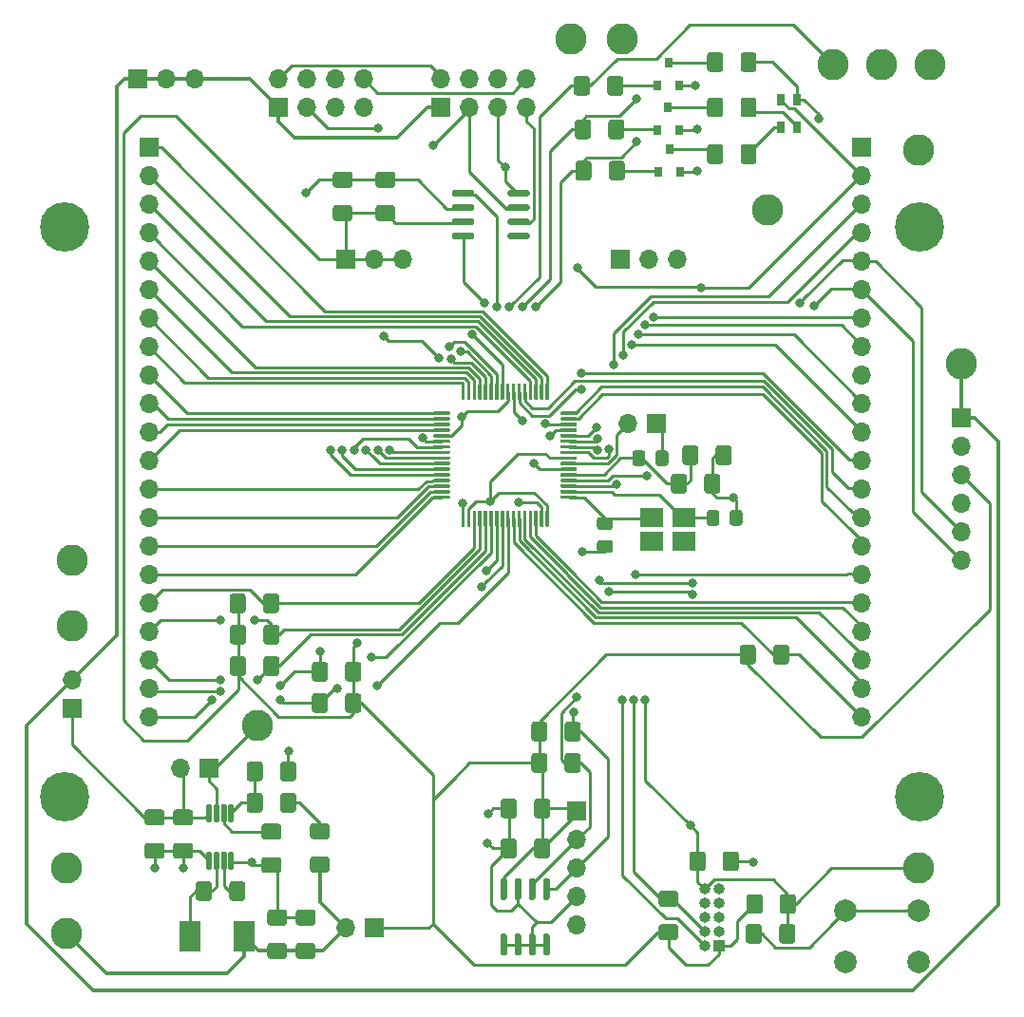
<source format=gbr>
G04 #@! TF.GenerationSoftware,KiCad,Pcbnew,5.1.6-c6e7f7d~86~ubuntu18.04.1*
G04 #@! TF.CreationDate,2020-05-26T10:09:14-07:00*
G04 #@! TF.ProjectId,Extention Boards,45787465-6e74-4696-9f6e-20426f617264,rev?*
G04 #@! TF.SameCoordinates,Original*
G04 #@! TF.FileFunction,Copper,L1,Top*
G04 #@! TF.FilePolarity,Positive*
%FSLAX46Y46*%
G04 Gerber Fmt 4.6, Leading zero omitted, Abs format (unit mm)*
G04 Created by KiCad (PCBNEW 5.1.6-c6e7f7d~86~ubuntu18.04.1) date 2020-05-26 10:09:14*
%MOMM*%
%LPD*%
G01*
G04 APERTURE LIST*
G04 #@! TA.AperFunction,ComponentPad*
%ADD10C,2.800000*%
G04 #@! TD*
G04 #@! TA.AperFunction,ComponentPad*
%ADD11O,1.700000X1.700000*%
G04 #@! TD*
G04 #@! TA.AperFunction,ComponentPad*
%ADD12R,1.700000X1.700000*%
G04 #@! TD*
G04 #@! TA.AperFunction,ComponentPad*
%ADD13C,0.700000*%
G04 #@! TD*
G04 #@! TA.AperFunction,ComponentPad*
%ADD14C,4.400000*%
G04 #@! TD*
G04 #@! TA.AperFunction,SMDPad,CuDef*
%ADD15R,1.903000X2.790000*%
G04 #@! TD*
G04 #@! TA.AperFunction,SMDPad,CuDef*
%ADD16R,0.800000X1.000000*%
G04 #@! TD*
G04 #@! TA.AperFunction,SMDPad,CuDef*
%ADD17R,0.800000X0.900000*%
G04 #@! TD*
G04 #@! TA.AperFunction,ComponentPad*
%ADD18O,1.000000X1.000000*%
G04 #@! TD*
G04 #@! TA.AperFunction,ComponentPad*
%ADD19R,1.000000X1.000000*%
G04 #@! TD*
G04 #@! TA.AperFunction,ComponentPad*
%ADD20C,2.000000*%
G04 #@! TD*
G04 #@! TA.AperFunction,SMDPad,CuDef*
%ADD21R,2.100000X1.725000*%
G04 #@! TD*
G04 #@! TA.AperFunction,ViaPad*
%ADD22C,0.800000*%
G04 #@! TD*
G04 #@! TA.AperFunction,Conductor*
%ADD23C,0.250000*%
G04 #@! TD*
G04 #@! TA.AperFunction,Conductor*
%ADD24C,0.350000*%
G04 #@! TD*
G04 APERTURE END LIST*
G04 #@! TA.AperFunction,SMDPad,CuDef*
G36*
G01*
X184380000Y-80922000D02*
X184380000Y-80622000D01*
G75*
G02*
X184530000Y-80472000I150000J0D01*
G01*
X186180000Y-80472000D01*
G75*
G02*
X186330000Y-80622000I0J-150000D01*
G01*
X186330000Y-80922000D01*
G75*
G02*
X186180000Y-81072000I-150000J0D01*
G01*
X184530000Y-81072000D01*
G75*
G02*
X184380000Y-80922000I0J150000D01*
G01*
G37*
G04 #@! TD.AperFunction*
G04 #@! TA.AperFunction,SMDPad,CuDef*
G36*
G01*
X184380000Y-82192000D02*
X184380000Y-81892000D01*
G75*
G02*
X184530000Y-81742000I150000J0D01*
G01*
X186180000Y-81742000D01*
G75*
G02*
X186330000Y-81892000I0J-150000D01*
G01*
X186330000Y-82192000D01*
G75*
G02*
X186180000Y-82342000I-150000J0D01*
G01*
X184530000Y-82342000D01*
G75*
G02*
X184380000Y-82192000I0J150000D01*
G01*
G37*
G04 #@! TD.AperFunction*
G04 #@! TA.AperFunction,SMDPad,CuDef*
G36*
G01*
X184380000Y-83462000D02*
X184380000Y-83162000D01*
G75*
G02*
X184530000Y-83012000I150000J0D01*
G01*
X186180000Y-83012000D01*
G75*
G02*
X186330000Y-83162000I0J-150000D01*
G01*
X186330000Y-83462000D01*
G75*
G02*
X186180000Y-83612000I-150000J0D01*
G01*
X184530000Y-83612000D01*
G75*
G02*
X184380000Y-83462000I0J150000D01*
G01*
G37*
G04 #@! TD.AperFunction*
G04 #@! TA.AperFunction,SMDPad,CuDef*
G36*
G01*
X184380000Y-84732000D02*
X184380000Y-84432000D01*
G75*
G02*
X184530000Y-84282000I150000J0D01*
G01*
X186180000Y-84282000D01*
G75*
G02*
X186330000Y-84432000I0J-150000D01*
G01*
X186330000Y-84732000D01*
G75*
G02*
X186180000Y-84882000I-150000J0D01*
G01*
X184530000Y-84882000D01*
G75*
G02*
X184380000Y-84732000I0J150000D01*
G01*
G37*
G04 #@! TD.AperFunction*
G04 #@! TA.AperFunction,SMDPad,CuDef*
G36*
G01*
X179430000Y-84732000D02*
X179430000Y-84432000D01*
G75*
G02*
X179580000Y-84282000I150000J0D01*
G01*
X181230000Y-84282000D01*
G75*
G02*
X181380000Y-84432000I0J-150000D01*
G01*
X181380000Y-84732000D01*
G75*
G02*
X181230000Y-84882000I-150000J0D01*
G01*
X179580000Y-84882000D01*
G75*
G02*
X179430000Y-84732000I0J150000D01*
G01*
G37*
G04 #@! TD.AperFunction*
G04 #@! TA.AperFunction,SMDPad,CuDef*
G36*
G01*
X179430000Y-83462000D02*
X179430000Y-83162000D01*
G75*
G02*
X179580000Y-83012000I150000J0D01*
G01*
X181230000Y-83012000D01*
G75*
G02*
X181380000Y-83162000I0J-150000D01*
G01*
X181380000Y-83462000D01*
G75*
G02*
X181230000Y-83612000I-150000J0D01*
G01*
X179580000Y-83612000D01*
G75*
G02*
X179430000Y-83462000I0J150000D01*
G01*
G37*
G04 #@! TD.AperFunction*
G04 #@! TA.AperFunction,SMDPad,CuDef*
G36*
G01*
X179430000Y-82192000D02*
X179430000Y-81892000D01*
G75*
G02*
X179580000Y-81742000I150000J0D01*
G01*
X181230000Y-81742000D01*
G75*
G02*
X181380000Y-81892000I0J-150000D01*
G01*
X181380000Y-82192000D01*
G75*
G02*
X181230000Y-82342000I-150000J0D01*
G01*
X179580000Y-82342000D01*
G75*
G02*
X179430000Y-82192000I0J150000D01*
G01*
G37*
G04 #@! TD.AperFunction*
G04 #@! TA.AperFunction,SMDPad,CuDef*
G36*
G01*
X179430000Y-80922000D02*
X179430000Y-80622000D01*
G75*
G02*
X179580000Y-80472000I150000J0D01*
G01*
X181230000Y-80472000D01*
G75*
G02*
X181380000Y-80622000I0J-150000D01*
G01*
X181380000Y-80922000D01*
G75*
G02*
X181230000Y-81072000I-150000J0D01*
G01*
X179580000Y-81072000D01*
G75*
G02*
X179430000Y-80922000I0J150000D01*
G01*
G37*
G04 #@! TD.AperFunction*
D10*
X207518000Y-82296000D03*
D11*
X190500000Y-146050000D03*
X190500000Y-143510000D03*
X190500000Y-140970000D03*
X190500000Y-138430000D03*
D12*
X190500000Y-135890000D03*
D13*
X222273726Y-133453274D03*
X221107000Y-132970000D03*
X219940274Y-133453274D03*
X219457000Y-134620000D03*
X219940274Y-135786726D03*
X221107000Y-136270000D03*
X222273726Y-135786726D03*
X222757000Y-134620000D03*
D14*
X221107000Y-134620000D03*
D13*
X222273726Y-82653274D03*
X221107000Y-82170000D03*
X219940274Y-82653274D03*
X219457000Y-83820000D03*
X219940274Y-84986726D03*
X221107000Y-85470000D03*
X222273726Y-84986726D03*
X222757000Y-83820000D03*
D14*
X221107000Y-83820000D03*
D13*
X146073726Y-133453274D03*
X144907000Y-132970000D03*
X143740274Y-133453274D03*
X143257000Y-134620000D03*
X143740274Y-135786726D03*
X144907000Y-136270000D03*
X146073726Y-135786726D03*
X146557000Y-134620000D03*
D14*
X144907000Y-134620000D03*
D13*
X146073726Y-82653274D03*
X144907000Y-82170000D03*
X143740274Y-82653274D03*
X143257000Y-83820000D03*
X143740274Y-84986726D03*
X144907000Y-85470000D03*
X146073726Y-84986726D03*
X146557000Y-83820000D03*
D14*
X144907000Y-83820000D03*
G04 #@! TA.AperFunction,SMDPad,CuDef*
G36*
G01*
X168352500Y-125613000D02*
X168352500Y-126863000D01*
G75*
G02*
X168102500Y-127113000I-250000J0D01*
G01*
X167177500Y-127113000D01*
G75*
G02*
X166927500Y-126863000I0J250000D01*
G01*
X166927500Y-125613000D01*
G75*
G02*
X167177500Y-125363000I250000J0D01*
G01*
X168102500Y-125363000D01*
G75*
G02*
X168352500Y-125613000I0J-250000D01*
G01*
G37*
G04 #@! TD.AperFunction*
G04 #@! TA.AperFunction,SMDPad,CuDef*
G36*
G01*
X171327500Y-125613000D02*
X171327500Y-126863000D01*
G75*
G02*
X171077500Y-127113000I-250000J0D01*
G01*
X170152500Y-127113000D01*
G75*
G02*
X169902500Y-126863000I0J250000D01*
G01*
X169902500Y-125613000D01*
G75*
G02*
X170152500Y-125363000I250000J0D01*
G01*
X171077500Y-125363000D01*
G75*
G02*
X171327500Y-125613000I0J-250000D01*
G01*
G37*
G04 #@! TD.AperFunction*
G04 #@! TA.AperFunction,SMDPad,CuDef*
G36*
G01*
X203258000Y-109277999D02*
X203258000Y-110178001D01*
G75*
G02*
X203008001Y-110428000I-249999J0D01*
G01*
X202357999Y-110428000D01*
G75*
G02*
X202108000Y-110178001I0J249999D01*
G01*
X202108000Y-109277999D01*
G75*
G02*
X202357999Y-109028000I249999J0D01*
G01*
X203008001Y-109028000D01*
G75*
G02*
X203258000Y-109277999I0J-249999D01*
G01*
G37*
G04 #@! TD.AperFunction*
G04 #@! TA.AperFunction,SMDPad,CuDef*
G36*
G01*
X205308000Y-109277999D02*
X205308000Y-110178001D01*
G75*
G02*
X205058001Y-110428000I-249999J0D01*
G01*
X204407999Y-110428000D01*
G75*
G02*
X204158000Y-110178001I0J249999D01*
G01*
X204158000Y-109277999D01*
G75*
G02*
X204407999Y-109028000I249999J0D01*
G01*
X205058001Y-109028000D01*
G75*
G02*
X205308000Y-109277999I0J-249999D01*
G01*
G37*
G04 #@! TD.AperFunction*
G04 #@! TA.AperFunction,SMDPad,CuDef*
G36*
G01*
X159600000Y-139476000D02*
X159850000Y-139476000D01*
G75*
G02*
X159975000Y-139601000I0J-125000D01*
G01*
X159975000Y-140976000D01*
G75*
G02*
X159850000Y-141101000I-125000J0D01*
G01*
X159600000Y-141101000D01*
G75*
G02*
X159475000Y-140976000I0J125000D01*
G01*
X159475000Y-139601000D01*
G75*
G02*
X159600000Y-139476000I125000J0D01*
G01*
G37*
G04 #@! TD.AperFunction*
G04 #@! TA.AperFunction,SMDPad,CuDef*
G36*
G01*
X158950000Y-139476000D02*
X159200000Y-139476000D01*
G75*
G02*
X159325000Y-139601000I0J-125000D01*
G01*
X159325000Y-140976000D01*
G75*
G02*
X159200000Y-141101000I-125000J0D01*
G01*
X158950000Y-141101000D01*
G75*
G02*
X158825000Y-140976000I0J125000D01*
G01*
X158825000Y-139601000D01*
G75*
G02*
X158950000Y-139476000I125000J0D01*
G01*
G37*
G04 #@! TD.AperFunction*
G04 #@! TA.AperFunction,SMDPad,CuDef*
G36*
G01*
X158300000Y-139476000D02*
X158550000Y-139476000D01*
G75*
G02*
X158675000Y-139601000I0J-125000D01*
G01*
X158675000Y-140976000D01*
G75*
G02*
X158550000Y-141101000I-125000J0D01*
G01*
X158300000Y-141101000D01*
G75*
G02*
X158175000Y-140976000I0J125000D01*
G01*
X158175000Y-139601000D01*
G75*
G02*
X158300000Y-139476000I125000J0D01*
G01*
G37*
G04 #@! TD.AperFunction*
G04 #@! TA.AperFunction,SMDPad,CuDef*
G36*
G01*
X157650000Y-139476000D02*
X157900000Y-139476000D01*
G75*
G02*
X158025000Y-139601000I0J-125000D01*
G01*
X158025000Y-140976000D01*
G75*
G02*
X157900000Y-141101000I-125000J0D01*
G01*
X157650000Y-141101000D01*
G75*
G02*
X157525000Y-140976000I0J125000D01*
G01*
X157525000Y-139601000D01*
G75*
G02*
X157650000Y-139476000I125000J0D01*
G01*
G37*
G04 #@! TD.AperFunction*
G04 #@! TA.AperFunction,SMDPad,CuDef*
G36*
G01*
X157650000Y-135251000D02*
X157900000Y-135251000D01*
G75*
G02*
X158025000Y-135376000I0J-125000D01*
G01*
X158025000Y-136751000D01*
G75*
G02*
X157900000Y-136876000I-125000J0D01*
G01*
X157650000Y-136876000D01*
G75*
G02*
X157525000Y-136751000I0J125000D01*
G01*
X157525000Y-135376000D01*
G75*
G02*
X157650000Y-135251000I125000J0D01*
G01*
G37*
G04 #@! TD.AperFunction*
G04 #@! TA.AperFunction,SMDPad,CuDef*
G36*
G01*
X158300000Y-135251000D02*
X158550000Y-135251000D01*
G75*
G02*
X158675000Y-135376000I0J-125000D01*
G01*
X158675000Y-136751000D01*
G75*
G02*
X158550000Y-136876000I-125000J0D01*
G01*
X158300000Y-136876000D01*
G75*
G02*
X158175000Y-136751000I0J125000D01*
G01*
X158175000Y-135376000D01*
G75*
G02*
X158300000Y-135251000I125000J0D01*
G01*
G37*
G04 #@! TD.AperFunction*
G04 #@! TA.AperFunction,SMDPad,CuDef*
G36*
G01*
X158950000Y-135251000D02*
X159200000Y-135251000D01*
G75*
G02*
X159325000Y-135376000I0J-125000D01*
G01*
X159325000Y-136751000D01*
G75*
G02*
X159200000Y-136876000I-125000J0D01*
G01*
X158950000Y-136876000D01*
G75*
G02*
X158825000Y-136751000I0J125000D01*
G01*
X158825000Y-135376000D01*
G75*
G02*
X158950000Y-135251000I125000J0D01*
G01*
G37*
G04 #@! TD.AperFunction*
G04 #@! TA.AperFunction,SMDPad,CuDef*
G36*
G01*
X159600000Y-135251000D02*
X159850000Y-135251000D01*
G75*
G02*
X159975000Y-135376000I0J-125000D01*
G01*
X159975000Y-136751000D01*
G75*
G02*
X159850000Y-136876000I-125000J0D01*
G01*
X159600000Y-136876000D01*
G75*
G02*
X159475000Y-136751000I0J125000D01*
G01*
X159475000Y-135376000D01*
G75*
G02*
X159600000Y-135251000I125000J0D01*
G01*
G37*
G04 #@! TD.AperFunction*
D10*
X145034000Y-140970000D03*
X220980000Y-76962000D03*
X145034000Y-146812000D03*
X221996000Y-69342000D03*
X217678000Y-69342000D03*
X213360000Y-69342000D03*
X224790000Y-96012000D03*
X145542000Y-119380000D03*
X145542000Y-113538000D03*
X189992000Y-67056000D03*
X194564000Y-67056000D03*
X162052000Y-128270000D03*
X220980000Y-140970000D03*
G04 #@! TA.AperFunction,SMDPad,CuDef*
G36*
G01*
X167015000Y-139930500D02*
X168265000Y-139930500D01*
G75*
G02*
X168515000Y-140180500I0J-250000D01*
G01*
X168515000Y-141105500D01*
G75*
G02*
X168265000Y-141355500I-250000J0D01*
G01*
X167015000Y-141355500D01*
G75*
G02*
X166765000Y-141105500I0J250000D01*
G01*
X166765000Y-140180500D01*
G75*
G02*
X167015000Y-139930500I250000J0D01*
G01*
G37*
G04 #@! TD.AperFunction*
G04 #@! TA.AperFunction,SMDPad,CuDef*
G36*
G01*
X167015000Y-136955500D02*
X168265000Y-136955500D01*
G75*
G02*
X168515000Y-137205500I0J-250000D01*
G01*
X168515000Y-138130500D01*
G75*
G02*
X168265000Y-138380500I-250000J0D01*
G01*
X167015000Y-138380500D01*
G75*
G02*
X166765000Y-138130500I0J250000D01*
G01*
X166765000Y-137205500D01*
G75*
G02*
X167015000Y-136955500I250000J0D01*
G01*
G37*
G04 #@! TD.AperFunction*
G04 #@! TA.AperFunction,SMDPad,CuDef*
G36*
G01*
X164097000Y-135753000D02*
X164097000Y-134503000D01*
G75*
G02*
X164347000Y-134253000I250000J0D01*
G01*
X165272000Y-134253000D01*
G75*
G02*
X165522000Y-134503000I0J-250000D01*
G01*
X165522000Y-135753000D01*
G75*
G02*
X165272000Y-136003000I-250000J0D01*
G01*
X164347000Y-136003000D01*
G75*
G02*
X164097000Y-135753000I0J250000D01*
G01*
G37*
G04 #@! TD.AperFunction*
G04 #@! TA.AperFunction,SMDPad,CuDef*
G36*
G01*
X161122000Y-135753000D02*
X161122000Y-134503000D01*
G75*
G02*
X161372000Y-134253000I250000J0D01*
G01*
X162297000Y-134253000D01*
G75*
G02*
X162547000Y-134503000I0J-250000D01*
G01*
X162547000Y-135753000D01*
G75*
G02*
X162297000Y-136003000I-250000J0D01*
G01*
X161372000Y-136003000D01*
G75*
G02*
X161122000Y-135753000I0J250000D01*
G01*
G37*
G04 #@! TD.AperFunction*
G04 #@! TA.AperFunction,SMDPad,CuDef*
G36*
G01*
X164097000Y-132959000D02*
X164097000Y-131709000D01*
G75*
G02*
X164347000Y-131459000I250000J0D01*
G01*
X165272000Y-131459000D01*
G75*
G02*
X165522000Y-131709000I0J-250000D01*
G01*
X165522000Y-132959000D01*
G75*
G02*
X165272000Y-133209000I-250000J0D01*
G01*
X164347000Y-133209000D01*
G75*
G02*
X164097000Y-132959000I0J250000D01*
G01*
G37*
G04 #@! TD.AperFunction*
G04 #@! TA.AperFunction,SMDPad,CuDef*
G36*
G01*
X161122000Y-132959000D02*
X161122000Y-131709000D01*
G75*
G02*
X161372000Y-131459000I250000J0D01*
G01*
X162297000Y-131459000D01*
G75*
G02*
X162547000Y-131709000I0J-250000D01*
G01*
X162547000Y-132959000D01*
G75*
G02*
X162297000Y-133209000I-250000J0D01*
G01*
X161372000Y-133209000D01*
G75*
G02*
X161122000Y-132959000I0J250000D01*
G01*
G37*
G04 #@! TD.AperFunction*
G04 #@! TA.AperFunction,SMDPad,CuDef*
G36*
G01*
X208039000Y-122545000D02*
X208039000Y-121295000D01*
G75*
G02*
X208289000Y-121045000I250000J0D01*
G01*
X209214000Y-121045000D01*
G75*
G02*
X209464000Y-121295000I0J-250000D01*
G01*
X209464000Y-122545000D01*
G75*
G02*
X209214000Y-122795000I-250000J0D01*
G01*
X208289000Y-122795000D01*
G75*
G02*
X208039000Y-122545000I0J250000D01*
G01*
G37*
G04 #@! TD.AperFunction*
G04 #@! TA.AperFunction,SMDPad,CuDef*
G36*
G01*
X205064000Y-122545000D02*
X205064000Y-121295000D01*
G75*
G02*
X205314000Y-121045000I250000J0D01*
G01*
X206239000Y-121045000D01*
G75*
G02*
X206489000Y-121295000I0J-250000D01*
G01*
X206489000Y-122545000D01*
G75*
G02*
X206239000Y-122795000I-250000J0D01*
G01*
X205314000Y-122795000D01*
G75*
G02*
X205064000Y-122545000I0J250000D01*
G01*
G37*
G04 #@! TD.AperFunction*
G04 #@! TA.AperFunction,SMDPad,CuDef*
G36*
G01*
X168352500Y-122819000D02*
X168352500Y-124069000D01*
G75*
G02*
X168102500Y-124319000I-250000J0D01*
G01*
X167177500Y-124319000D01*
G75*
G02*
X166927500Y-124069000I0J250000D01*
G01*
X166927500Y-122819000D01*
G75*
G02*
X167177500Y-122569000I250000J0D01*
G01*
X168102500Y-122569000D01*
G75*
G02*
X168352500Y-122819000I0J-250000D01*
G01*
G37*
G04 #@! TD.AperFunction*
G04 #@! TA.AperFunction,SMDPad,CuDef*
G36*
G01*
X171327500Y-122819000D02*
X171327500Y-124069000D01*
G75*
G02*
X171077500Y-124319000I-250000J0D01*
G01*
X170152500Y-124319000D01*
G75*
G02*
X169902500Y-124069000I0J250000D01*
G01*
X169902500Y-122819000D01*
G75*
G02*
X170152500Y-122569000I250000J0D01*
G01*
X171077500Y-122569000D01*
G75*
G02*
X171327500Y-122819000I0J-250000D01*
G01*
G37*
G04 #@! TD.AperFunction*
G04 #@! TA.AperFunction,SMDPad,CuDef*
G36*
G01*
X162609500Y-123561000D02*
X162609500Y-122311000D01*
G75*
G02*
X162859500Y-122061000I250000J0D01*
G01*
X163784500Y-122061000D01*
G75*
G02*
X164034500Y-122311000I0J-250000D01*
G01*
X164034500Y-123561000D01*
G75*
G02*
X163784500Y-123811000I-250000J0D01*
G01*
X162859500Y-123811000D01*
G75*
G02*
X162609500Y-123561000I0J250000D01*
G01*
G37*
G04 #@! TD.AperFunction*
G04 #@! TA.AperFunction,SMDPad,CuDef*
G36*
G01*
X159634500Y-123561000D02*
X159634500Y-122311000D01*
G75*
G02*
X159884500Y-122061000I250000J0D01*
G01*
X160809500Y-122061000D01*
G75*
G02*
X161059500Y-122311000I0J-250000D01*
G01*
X161059500Y-123561000D01*
G75*
G02*
X160809500Y-123811000I-250000J0D01*
G01*
X159884500Y-123811000D01*
G75*
G02*
X159634500Y-123561000I0J250000D01*
G01*
G37*
G04 #@! TD.AperFunction*
G04 #@! TA.AperFunction,SMDPad,CuDef*
G36*
G01*
X162609500Y-120767000D02*
X162609500Y-119517000D01*
G75*
G02*
X162859500Y-119267000I250000J0D01*
G01*
X163784500Y-119267000D01*
G75*
G02*
X164034500Y-119517000I0J-250000D01*
G01*
X164034500Y-120767000D01*
G75*
G02*
X163784500Y-121017000I-250000J0D01*
G01*
X162859500Y-121017000D01*
G75*
G02*
X162609500Y-120767000I0J250000D01*
G01*
G37*
G04 #@! TD.AperFunction*
G04 #@! TA.AperFunction,SMDPad,CuDef*
G36*
G01*
X159634500Y-120767000D02*
X159634500Y-119517000D01*
G75*
G02*
X159884500Y-119267000I250000J0D01*
G01*
X160809500Y-119267000D01*
G75*
G02*
X161059500Y-119517000I0J-250000D01*
G01*
X161059500Y-120767000D01*
G75*
G02*
X160809500Y-121017000I-250000J0D01*
G01*
X159884500Y-121017000D01*
G75*
G02*
X159634500Y-120767000I0J250000D01*
G01*
G37*
G04 #@! TD.AperFunction*
G04 #@! TA.AperFunction,SMDPad,CuDef*
G36*
G01*
X162573000Y-117973000D02*
X162573000Y-116723000D01*
G75*
G02*
X162823000Y-116473000I250000J0D01*
G01*
X163748000Y-116473000D01*
G75*
G02*
X163998000Y-116723000I0J-250000D01*
G01*
X163998000Y-117973000D01*
G75*
G02*
X163748000Y-118223000I-250000J0D01*
G01*
X162823000Y-118223000D01*
G75*
G02*
X162573000Y-117973000I0J250000D01*
G01*
G37*
G04 #@! TD.AperFunction*
G04 #@! TA.AperFunction,SMDPad,CuDef*
G36*
G01*
X159598000Y-117973000D02*
X159598000Y-116723000D01*
G75*
G02*
X159848000Y-116473000I250000J0D01*
G01*
X160773000Y-116473000D01*
G75*
G02*
X161023000Y-116723000I0J-250000D01*
G01*
X161023000Y-117973000D01*
G75*
G02*
X160773000Y-118223000I-250000J0D01*
G01*
X159848000Y-118223000D01*
G75*
G02*
X159598000Y-117973000I0J250000D01*
G01*
G37*
G04 #@! TD.AperFunction*
D15*
X160922500Y-147066000D03*
X156069500Y-147066000D03*
G04 #@! TA.AperFunction,SMDPad,CuDef*
G36*
G01*
X197545000Y-104844001D02*
X197545000Y-103943999D01*
G75*
G02*
X197794999Y-103694000I249999J0D01*
G01*
X198445001Y-103694000D01*
G75*
G02*
X198695000Y-103943999I0J-249999D01*
G01*
X198695000Y-104844001D01*
G75*
G02*
X198445001Y-105094000I-249999J0D01*
G01*
X197794999Y-105094000D01*
G75*
G02*
X197545000Y-104844001I0J249999D01*
G01*
G37*
G04 #@! TD.AperFunction*
G04 #@! TA.AperFunction,SMDPad,CuDef*
G36*
G01*
X195495000Y-104844001D02*
X195495000Y-103943999D01*
G75*
G02*
X195744999Y-103694000I249999J0D01*
G01*
X196395001Y-103694000D01*
G75*
G02*
X196645000Y-103943999I0J-249999D01*
G01*
X196645000Y-104844001D01*
G75*
G02*
X196395001Y-105094000I-249999J0D01*
G01*
X195744999Y-105094000D01*
G75*
G02*
X195495000Y-104844001I0J249999D01*
G01*
G37*
G04 #@! TD.AperFunction*
D11*
X156464000Y-70612000D03*
X153924000Y-70612000D03*
D12*
X151384000Y-70612000D03*
D11*
X224790000Y-113538000D03*
X224790000Y-110998000D03*
X224790000Y-108458000D03*
X224790000Y-105918000D03*
X224790000Y-103378000D03*
D12*
X224790000Y-100838000D03*
D11*
X195072000Y-101346000D03*
D12*
X197612000Y-101346000D03*
D11*
X169926000Y-146304000D03*
D12*
X172466000Y-146304000D03*
D11*
X155194000Y-132080000D03*
D12*
X157734000Y-132080000D03*
D11*
X145542000Y-124206000D03*
D12*
X145542000Y-126746000D03*
G04 #@! TA.AperFunction,SMDPad,CuDef*
G36*
G01*
X166995000Y-146073500D02*
X165745000Y-146073500D01*
G75*
G02*
X165495000Y-145823500I0J250000D01*
G01*
X165495000Y-144898500D01*
G75*
G02*
X165745000Y-144648500I250000J0D01*
G01*
X166995000Y-144648500D01*
G75*
G02*
X167245000Y-144898500I0J-250000D01*
G01*
X167245000Y-145823500D01*
G75*
G02*
X166995000Y-146073500I-250000J0D01*
G01*
G37*
G04 #@! TD.AperFunction*
G04 #@! TA.AperFunction,SMDPad,CuDef*
G36*
G01*
X166995000Y-149048500D02*
X165745000Y-149048500D01*
G75*
G02*
X165495000Y-148798500I0J250000D01*
G01*
X165495000Y-147873500D01*
G75*
G02*
X165745000Y-147623500I250000J0D01*
G01*
X166995000Y-147623500D01*
G75*
G02*
X167245000Y-147873500I0J-250000D01*
G01*
X167245000Y-148798500D01*
G75*
G02*
X166995000Y-149048500I-250000J0D01*
G01*
G37*
G04 #@! TD.AperFunction*
G04 #@! TA.AperFunction,SMDPad,CuDef*
G36*
G01*
X164455000Y-146073500D02*
X163205000Y-146073500D01*
G75*
G02*
X162955000Y-145823500I0J250000D01*
G01*
X162955000Y-144898500D01*
G75*
G02*
X163205000Y-144648500I250000J0D01*
G01*
X164455000Y-144648500D01*
G75*
G02*
X164705000Y-144898500I0J-250000D01*
G01*
X164705000Y-145823500D01*
G75*
G02*
X164455000Y-146073500I-250000J0D01*
G01*
G37*
G04 #@! TD.AperFunction*
G04 #@! TA.AperFunction,SMDPad,CuDef*
G36*
G01*
X164455000Y-149048500D02*
X163205000Y-149048500D01*
G75*
G02*
X162955000Y-148798500I0J250000D01*
G01*
X162955000Y-147873500D01*
G75*
G02*
X163205000Y-147623500I250000J0D01*
G01*
X164455000Y-147623500D01*
G75*
G02*
X164705000Y-147873500I0J-250000D01*
G01*
X164705000Y-148798500D01*
G75*
G02*
X164455000Y-149048500I-250000J0D01*
G01*
G37*
G04 #@! TD.AperFunction*
G04 #@! TA.AperFunction,SMDPad,CuDef*
G36*
G01*
X159561500Y-143627000D02*
X159561500Y-142377000D01*
G75*
G02*
X159811500Y-142127000I250000J0D01*
G01*
X160736500Y-142127000D01*
G75*
G02*
X160986500Y-142377000I0J-250000D01*
G01*
X160986500Y-143627000D01*
G75*
G02*
X160736500Y-143877000I-250000J0D01*
G01*
X159811500Y-143877000D01*
G75*
G02*
X159561500Y-143627000I0J250000D01*
G01*
G37*
G04 #@! TD.AperFunction*
G04 #@! TA.AperFunction,SMDPad,CuDef*
G36*
G01*
X156586500Y-143627000D02*
X156586500Y-142377000D01*
G75*
G02*
X156836500Y-142127000I250000J0D01*
G01*
X157761500Y-142127000D01*
G75*
G02*
X158011500Y-142377000I0J-250000D01*
G01*
X158011500Y-143627000D01*
G75*
G02*
X157761500Y-143877000I-250000J0D01*
G01*
X156836500Y-143877000D01*
G75*
G02*
X156586500Y-143627000I0J250000D01*
G01*
G37*
G04 #@! TD.AperFunction*
G04 #@! TA.AperFunction,SMDPad,CuDef*
G36*
G01*
X162697000Y-139967000D02*
X163947000Y-139967000D01*
G75*
G02*
X164197000Y-140217000I0J-250000D01*
G01*
X164197000Y-141142000D01*
G75*
G02*
X163947000Y-141392000I-250000J0D01*
G01*
X162697000Y-141392000D01*
G75*
G02*
X162447000Y-141142000I0J250000D01*
G01*
X162447000Y-140217000D01*
G75*
G02*
X162697000Y-139967000I250000J0D01*
G01*
G37*
G04 #@! TD.AperFunction*
G04 #@! TA.AperFunction,SMDPad,CuDef*
G36*
G01*
X162697000Y-136992000D02*
X163947000Y-136992000D01*
G75*
G02*
X164197000Y-137242000I0J-250000D01*
G01*
X164197000Y-138167000D01*
G75*
G02*
X163947000Y-138417000I-250000J0D01*
G01*
X162697000Y-138417000D01*
G75*
G02*
X162447000Y-138167000I0J250000D01*
G01*
X162447000Y-137242000D01*
G75*
G02*
X162697000Y-136992000I250000J0D01*
G01*
G37*
G04 #@! TD.AperFunction*
G04 #@! TA.AperFunction,SMDPad,CuDef*
G36*
G01*
X201906500Y-107305000D02*
X201906500Y-106055000D01*
G75*
G02*
X202156500Y-105805000I250000J0D01*
G01*
X203081500Y-105805000D01*
G75*
G02*
X203331500Y-106055000I0J-250000D01*
G01*
X203331500Y-107305000D01*
G75*
G02*
X203081500Y-107555000I-250000J0D01*
G01*
X202156500Y-107555000D01*
G75*
G02*
X201906500Y-107305000I0J250000D01*
G01*
G37*
G04 #@! TD.AperFunction*
G04 #@! TA.AperFunction,SMDPad,CuDef*
G36*
G01*
X198931500Y-107305000D02*
X198931500Y-106055000D01*
G75*
G02*
X199181500Y-105805000I250000J0D01*
G01*
X200106500Y-105805000D01*
G75*
G02*
X200356500Y-106055000I0J-250000D01*
G01*
X200356500Y-107305000D01*
G75*
G02*
X200106500Y-107555000I-250000J0D01*
G01*
X199181500Y-107555000D01*
G75*
G02*
X198931500Y-107305000I0J250000D01*
G01*
G37*
G04 #@! TD.AperFunction*
G04 #@! TA.AperFunction,SMDPad,CuDef*
G36*
G01*
X202922500Y-104765000D02*
X202922500Y-103515000D01*
G75*
G02*
X203172500Y-103265000I250000J0D01*
G01*
X204097500Y-103265000D01*
G75*
G02*
X204347500Y-103515000I0J-250000D01*
G01*
X204347500Y-104765000D01*
G75*
G02*
X204097500Y-105015000I-250000J0D01*
G01*
X203172500Y-105015000D01*
G75*
G02*
X202922500Y-104765000I0J250000D01*
G01*
G37*
G04 #@! TD.AperFunction*
G04 #@! TA.AperFunction,SMDPad,CuDef*
G36*
G01*
X199947500Y-104765000D02*
X199947500Y-103515000D01*
G75*
G02*
X200197500Y-103265000I250000J0D01*
G01*
X201122500Y-103265000D01*
G75*
G02*
X201372500Y-103515000I0J-250000D01*
G01*
X201372500Y-104765000D01*
G75*
G02*
X201122500Y-105015000I-250000J0D01*
G01*
X200197500Y-105015000D01*
G75*
G02*
X199947500Y-104765000I0J250000D01*
G01*
G37*
G04 #@! TD.AperFunction*
G04 #@! TA.AperFunction,SMDPad,CuDef*
G36*
G01*
X193490001Y-110802000D02*
X192589999Y-110802000D01*
G75*
G02*
X192340000Y-110552001I0J249999D01*
G01*
X192340000Y-109901999D01*
G75*
G02*
X192589999Y-109652000I249999J0D01*
G01*
X193490001Y-109652000D01*
G75*
G02*
X193740000Y-109901999I0J-249999D01*
G01*
X193740000Y-110552001D01*
G75*
G02*
X193490001Y-110802000I-249999J0D01*
G01*
G37*
G04 #@! TD.AperFunction*
G04 #@! TA.AperFunction,SMDPad,CuDef*
G36*
G01*
X193490001Y-112852000D02*
X192589999Y-112852000D01*
G75*
G02*
X192340000Y-112602001I0J249999D01*
G01*
X192340000Y-111951999D01*
G75*
G02*
X192589999Y-111702000I249999J0D01*
G01*
X193490001Y-111702000D01*
G75*
G02*
X193740000Y-111951999I0J-249999D01*
G01*
X193740000Y-112602001D01*
G75*
G02*
X193490001Y-112852000I-249999J0D01*
G01*
G37*
G04 #@! TD.AperFunction*
G04 #@! TA.AperFunction,SMDPad,CuDef*
G36*
G01*
X154823000Y-138697000D02*
X156073000Y-138697000D01*
G75*
G02*
X156323000Y-138947000I0J-250000D01*
G01*
X156323000Y-139872000D01*
G75*
G02*
X156073000Y-140122000I-250000J0D01*
G01*
X154823000Y-140122000D01*
G75*
G02*
X154573000Y-139872000I0J250000D01*
G01*
X154573000Y-138947000D01*
G75*
G02*
X154823000Y-138697000I250000J0D01*
G01*
G37*
G04 #@! TD.AperFunction*
G04 #@! TA.AperFunction,SMDPad,CuDef*
G36*
G01*
X154823000Y-135722000D02*
X156073000Y-135722000D01*
G75*
G02*
X156323000Y-135972000I0J-250000D01*
G01*
X156323000Y-136897000D01*
G75*
G02*
X156073000Y-137147000I-250000J0D01*
G01*
X154823000Y-137147000D01*
G75*
G02*
X154573000Y-136897000I0J250000D01*
G01*
X154573000Y-135972000D01*
G75*
G02*
X154823000Y-135722000I250000J0D01*
G01*
G37*
G04 #@! TD.AperFunction*
G04 #@! TA.AperFunction,SMDPad,CuDef*
G36*
G01*
X152283000Y-138697000D02*
X153533000Y-138697000D01*
G75*
G02*
X153783000Y-138947000I0J-250000D01*
G01*
X153783000Y-139872000D01*
G75*
G02*
X153533000Y-140122000I-250000J0D01*
G01*
X152283000Y-140122000D01*
G75*
G02*
X152033000Y-139872000I0J250000D01*
G01*
X152033000Y-138947000D01*
G75*
G02*
X152283000Y-138697000I250000J0D01*
G01*
G37*
G04 #@! TD.AperFunction*
G04 #@! TA.AperFunction,SMDPad,CuDef*
G36*
G01*
X152283000Y-135722000D02*
X153533000Y-135722000D01*
G75*
G02*
X153783000Y-135972000I0J-250000D01*
G01*
X153783000Y-136897000D01*
G75*
G02*
X153533000Y-137147000I-250000J0D01*
G01*
X152283000Y-137147000D01*
G75*
G02*
X152033000Y-136897000I0J250000D01*
G01*
X152033000Y-135972000D01*
G75*
G02*
X152283000Y-135722000I250000J0D01*
G01*
G37*
G04 #@! TD.AperFunction*
D11*
X199511920Y-86690200D03*
X196971920Y-86690200D03*
D12*
X194431920Y-86690200D03*
D11*
X175021240Y-86690200D03*
X172481240Y-86690200D03*
D12*
X169941240Y-86690200D03*
D11*
X215950800Y-127508000D03*
X215950800Y-124968000D03*
X215950800Y-122428000D03*
X215950800Y-119888000D03*
X215950800Y-117348000D03*
X215950800Y-114808000D03*
X215950800Y-112268000D03*
X215950800Y-109728000D03*
X215950800Y-107188000D03*
X215950800Y-104648000D03*
X215950800Y-102108000D03*
X215950800Y-99568000D03*
X215950800Y-97028000D03*
X215950800Y-94488000D03*
X215950800Y-91948000D03*
X215950800Y-89408000D03*
X215950800Y-86868000D03*
X215950800Y-84328000D03*
X215950800Y-81788000D03*
X215950800Y-79248000D03*
D12*
X215950800Y-76708000D03*
D11*
X152400000Y-127490220D03*
X152400000Y-124950220D03*
X152400000Y-122410220D03*
X152400000Y-119870220D03*
X152400000Y-117330220D03*
X152400000Y-114790220D03*
X152400000Y-112250220D03*
X152400000Y-109710220D03*
X152400000Y-107170220D03*
X152400000Y-104630220D03*
X152400000Y-102090220D03*
X152400000Y-99550220D03*
X152400000Y-97010220D03*
X152400000Y-94470220D03*
X152400000Y-91930220D03*
X152400000Y-89390220D03*
X152400000Y-86850220D03*
X152400000Y-84310220D03*
X152400000Y-81770220D03*
X152400000Y-79230220D03*
D12*
X152400000Y-76690220D03*
D16*
X208744360Y-72404600D03*
X208744360Y-74904600D03*
X210144360Y-74904600D03*
X210144360Y-72404600D03*
G04 #@! TA.AperFunction,SMDPad,CuDef*
G36*
G01*
X184173000Y-143788000D02*
X183873000Y-143788000D01*
G75*
G02*
X183723000Y-143638000I0J150000D01*
G01*
X183723000Y-141988000D01*
G75*
G02*
X183873000Y-141838000I150000J0D01*
G01*
X184173000Y-141838000D01*
G75*
G02*
X184323000Y-141988000I0J-150000D01*
G01*
X184323000Y-143638000D01*
G75*
G02*
X184173000Y-143788000I-150000J0D01*
G01*
G37*
G04 #@! TD.AperFunction*
G04 #@! TA.AperFunction,SMDPad,CuDef*
G36*
G01*
X185443000Y-143788000D02*
X185143000Y-143788000D01*
G75*
G02*
X184993000Y-143638000I0J150000D01*
G01*
X184993000Y-141988000D01*
G75*
G02*
X185143000Y-141838000I150000J0D01*
G01*
X185443000Y-141838000D01*
G75*
G02*
X185593000Y-141988000I0J-150000D01*
G01*
X185593000Y-143638000D01*
G75*
G02*
X185443000Y-143788000I-150000J0D01*
G01*
G37*
G04 #@! TD.AperFunction*
G04 #@! TA.AperFunction,SMDPad,CuDef*
G36*
G01*
X186713000Y-143788000D02*
X186413000Y-143788000D01*
G75*
G02*
X186263000Y-143638000I0J150000D01*
G01*
X186263000Y-141988000D01*
G75*
G02*
X186413000Y-141838000I150000J0D01*
G01*
X186713000Y-141838000D01*
G75*
G02*
X186863000Y-141988000I0J-150000D01*
G01*
X186863000Y-143638000D01*
G75*
G02*
X186713000Y-143788000I-150000J0D01*
G01*
G37*
G04 #@! TD.AperFunction*
G04 #@! TA.AperFunction,SMDPad,CuDef*
G36*
G01*
X187983000Y-143788000D02*
X187683000Y-143788000D01*
G75*
G02*
X187533000Y-143638000I0J150000D01*
G01*
X187533000Y-141988000D01*
G75*
G02*
X187683000Y-141838000I150000J0D01*
G01*
X187983000Y-141838000D01*
G75*
G02*
X188133000Y-141988000I0J-150000D01*
G01*
X188133000Y-143638000D01*
G75*
G02*
X187983000Y-143788000I-150000J0D01*
G01*
G37*
G04 #@! TD.AperFunction*
G04 #@! TA.AperFunction,SMDPad,CuDef*
G36*
G01*
X187983000Y-148738000D02*
X187683000Y-148738000D01*
G75*
G02*
X187533000Y-148588000I0J150000D01*
G01*
X187533000Y-146938000D01*
G75*
G02*
X187683000Y-146788000I150000J0D01*
G01*
X187983000Y-146788000D01*
G75*
G02*
X188133000Y-146938000I0J-150000D01*
G01*
X188133000Y-148588000D01*
G75*
G02*
X187983000Y-148738000I-150000J0D01*
G01*
G37*
G04 #@! TD.AperFunction*
G04 #@! TA.AperFunction,SMDPad,CuDef*
G36*
G01*
X186713000Y-148738000D02*
X186413000Y-148738000D01*
G75*
G02*
X186263000Y-148588000I0J150000D01*
G01*
X186263000Y-146938000D01*
G75*
G02*
X186413000Y-146788000I150000J0D01*
G01*
X186713000Y-146788000D01*
G75*
G02*
X186863000Y-146938000I0J-150000D01*
G01*
X186863000Y-148588000D01*
G75*
G02*
X186713000Y-148738000I-150000J0D01*
G01*
G37*
G04 #@! TD.AperFunction*
G04 #@! TA.AperFunction,SMDPad,CuDef*
G36*
G01*
X185443000Y-148738000D02*
X185143000Y-148738000D01*
G75*
G02*
X184993000Y-148588000I0J150000D01*
G01*
X184993000Y-146938000D01*
G75*
G02*
X185143000Y-146788000I150000J0D01*
G01*
X185443000Y-146788000D01*
G75*
G02*
X185593000Y-146938000I0J-150000D01*
G01*
X185593000Y-148588000D01*
G75*
G02*
X185443000Y-148738000I-150000J0D01*
G01*
G37*
G04 #@! TD.AperFunction*
G04 #@! TA.AperFunction,SMDPad,CuDef*
G36*
G01*
X184173000Y-148738000D02*
X183873000Y-148738000D01*
G75*
G02*
X183723000Y-148588000I0J150000D01*
G01*
X183723000Y-146938000D01*
G75*
G02*
X183873000Y-146788000I150000J0D01*
G01*
X184173000Y-146788000D01*
G75*
G02*
X184323000Y-146938000I0J-150000D01*
G01*
X184323000Y-148588000D01*
G75*
G02*
X184173000Y-148738000I-150000J0D01*
G01*
G37*
G04 #@! TD.AperFunction*
G04 #@! TA.AperFunction,SMDPad,CuDef*
G36*
G01*
X189150000Y-100240000D02*
X190475000Y-100240000D01*
G75*
G02*
X190550000Y-100315000I0J-75000D01*
G01*
X190550000Y-100465000D01*
G75*
G02*
X190475000Y-100540000I-75000J0D01*
G01*
X189150000Y-100540000D01*
G75*
G02*
X189075000Y-100465000I0J75000D01*
G01*
X189075000Y-100315000D01*
G75*
G02*
X189150000Y-100240000I75000J0D01*
G01*
G37*
G04 #@! TD.AperFunction*
G04 #@! TA.AperFunction,SMDPad,CuDef*
G36*
G01*
X189150000Y-100740000D02*
X190475000Y-100740000D01*
G75*
G02*
X190550000Y-100815000I0J-75000D01*
G01*
X190550000Y-100965000D01*
G75*
G02*
X190475000Y-101040000I-75000J0D01*
G01*
X189150000Y-101040000D01*
G75*
G02*
X189075000Y-100965000I0J75000D01*
G01*
X189075000Y-100815000D01*
G75*
G02*
X189150000Y-100740000I75000J0D01*
G01*
G37*
G04 #@! TD.AperFunction*
G04 #@! TA.AperFunction,SMDPad,CuDef*
G36*
G01*
X189150000Y-101240000D02*
X190475000Y-101240000D01*
G75*
G02*
X190550000Y-101315000I0J-75000D01*
G01*
X190550000Y-101465000D01*
G75*
G02*
X190475000Y-101540000I-75000J0D01*
G01*
X189150000Y-101540000D01*
G75*
G02*
X189075000Y-101465000I0J75000D01*
G01*
X189075000Y-101315000D01*
G75*
G02*
X189150000Y-101240000I75000J0D01*
G01*
G37*
G04 #@! TD.AperFunction*
G04 #@! TA.AperFunction,SMDPad,CuDef*
G36*
G01*
X189150000Y-101740000D02*
X190475000Y-101740000D01*
G75*
G02*
X190550000Y-101815000I0J-75000D01*
G01*
X190550000Y-101965000D01*
G75*
G02*
X190475000Y-102040000I-75000J0D01*
G01*
X189150000Y-102040000D01*
G75*
G02*
X189075000Y-101965000I0J75000D01*
G01*
X189075000Y-101815000D01*
G75*
G02*
X189150000Y-101740000I75000J0D01*
G01*
G37*
G04 #@! TD.AperFunction*
G04 #@! TA.AperFunction,SMDPad,CuDef*
G36*
G01*
X189150000Y-102240000D02*
X190475000Y-102240000D01*
G75*
G02*
X190550000Y-102315000I0J-75000D01*
G01*
X190550000Y-102465000D01*
G75*
G02*
X190475000Y-102540000I-75000J0D01*
G01*
X189150000Y-102540000D01*
G75*
G02*
X189075000Y-102465000I0J75000D01*
G01*
X189075000Y-102315000D01*
G75*
G02*
X189150000Y-102240000I75000J0D01*
G01*
G37*
G04 #@! TD.AperFunction*
G04 #@! TA.AperFunction,SMDPad,CuDef*
G36*
G01*
X189150000Y-102740000D02*
X190475000Y-102740000D01*
G75*
G02*
X190550000Y-102815000I0J-75000D01*
G01*
X190550000Y-102965000D01*
G75*
G02*
X190475000Y-103040000I-75000J0D01*
G01*
X189150000Y-103040000D01*
G75*
G02*
X189075000Y-102965000I0J75000D01*
G01*
X189075000Y-102815000D01*
G75*
G02*
X189150000Y-102740000I75000J0D01*
G01*
G37*
G04 #@! TD.AperFunction*
G04 #@! TA.AperFunction,SMDPad,CuDef*
G36*
G01*
X189150000Y-103240000D02*
X190475000Y-103240000D01*
G75*
G02*
X190550000Y-103315000I0J-75000D01*
G01*
X190550000Y-103465000D01*
G75*
G02*
X190475000Y-103540000I-75000J0D01*
G01*
X189150000Y-103540000D01*
G75*
G02*
X189075000Y-103465000I0J75000D01*
G01*
X189075000Y-103315000D01*
G75*
G02*
X189150000Y-103240000I75000J0D01*
G01*
G37*
G04 #@! TD.AperFunction*
G04 #@! TA.AperFunction,SMDPad,CuDef*
G36*
G01*
X189150000Y-103740000D02*
X190475000Y-103740000D01*
G75*
G02*
X190550000Y-103815000I0J-75000D01*
G01*
X190550000Y-103965000D01*
G75*
G02*
X190475000Y-104040000I-75000J0D01*
G01*
X189150000Y-104040000D01*
G75*
G02*
X189075000Y-103965000I0J75000D01*
G01*
X189075000Y-103815000D01*
G75*
G02*
X189150000Y-103740000I75000J0D01*
G01*
G37*
G04 #@! TD.AperFunction*
G04 #@! TA.AperFunction,SMDPad,CuDef*
G36*
G01*
X189150000Y-104240000D02*
X190475000Y-104240000D01*
G75*
G02*
X190550000Y-104315000I0J-75000D01*
G01*
X190550000Y-104465000D01*
G75*
G02*
X190475000Y-104540000I-75000J0D01*
G01*
X189150000Y-104540000D01*
G75*
G02*
X189075000Y-104465000I0J75000D01*
G01*
X189075000Y-104315000D01*
G75*
G02*
X189150000Y-104240000I75000J0D01*
G01*
G37*
G04 #@! TD.AperFunction*
G04 #@! TA.AperFunction,SMDPad,CuDef*
G36*
G01*
X189150000Y-104740000D02*
X190475000Y-104740000D01*
G75*
G02*
X190550000Y-104815000I0J-75000D01*
G01*
X190550000Y-104965000D01*
G75*
G02*
X190475000Y-105040000I-75000J0D01*
G01*
X189150000Y-105040000D01*
G75*
G02*
X189075000Y-104965000I0J75000D01*
G01*
X189075000Y-104815000D01*
G75*
G02*
X189150000Y-104740000I75000J0D01*
G01*
G37*
G04 #@! TD.AperFunction*
G04 #@! TA.AperFunction,SMDPad,CuDef*
G36*
G01*
X189150000Y-105240000D02*
X190475000Y-105240000D01*
G75*
G02*
X190550000Y-105315000I0J-75000D01*
G01*
X190550000Y-105465000D01*
G75*
G02*
X190475000Y-105540000I-75000J0D01*
G01*
X189150000Y-105540000D01*
G75*
G02*
X189075000Y-105465000I0J75000D01*
G01*
X189075000Y-105315000D01*
G75*
G02*
X189150000Y-105240000I75000J0D01*
G01*
G37*
G04 #@! TD.AperFunction*
G04 #@! TA.AperFunction,SMDPad,CuDef*
G36*
G01*
X189150000Y-105740000D02*
X190475000Y-105740000D01*
G75*
G02*
X190550000Y-105815000I0J-75000D01*
G01*
X190550000Y-105965000D01*
G75*
G02*
X190475000Y-106040000I-75000J0D01*
G01*
X189150000Y-106040000D01*
G75*
G02*
X189075000Y-105965000I0J75000D01*
G01*
X189075000Y-105815000D01*
G75*
G02*
X189150000Y-105740000I75000J0D01*
G01*
G37*
G04 #@! TD.AperFunction*
G04 #@! TA.AperFunction,SMDPad,CuDef*
G36*
G01*
X189150000Y-106240000D02*
X190475000Y-106240000D01*
G75*
G02*
X190550000Y-106315000I0J-75000D01*
G01*
X190550000Y-106465000D01*
G75*
G02*
X190475000Y-106540000I-75000J0D01*
G01*
X189150000Y-106540000D01*
G75*
G02*
X189075000Y-106465000I0J75000D01*
G01*
X189075000Y-106315000D01*
G75*
G02*
X189150000Y-106240000I75000J0D01*
G01*
G37*
G04 #@! TD.AperFunction*
G04 #@! TA.AperFunction,SMDPad,CuDef*
G36*
G01*
X189150000Y-106740000D02*
X190475000Y-106740000D01*
G75*
G02*
X190550000Y-106815000I0J-75000D01*
G01*
X190550000Y-106965000D01*
G75*
G02*
X190475000Y-107040000I-75000J0D01*
G01*
X189150000Y-107040000D01*
G75*
G02*
X189075000Y-106965000I0J75000D01*
G01*
X189075000Y-106815000D01*
G75*
G02*
X189150000Y-106740000I75000J0D01*
G01*
G37*
G04 #@! TD.AperFunction*
G04 #@! TA.AperFunction,SMDPad,CuDef*
G36*
G01*
X189150000Y-107240000D02*
X190475000Y-107240000D01*
G75*
G02*
X190550000Y-107315000I0J-75000D01*
G01*
X190550000Y-107465000D01*
G75*
G02*
X190475000Y-107540000I-75000J0D01*
G01*
X189150000Y-107540000D01*
G75*
G02*
X189075000Y-107465000I0J75000D01*
G01*
X189075000Y-107315000D01*
G75*
G02*
X189150000Y-107240000I75000J0D01*
G01*
G37*
G04 #@! TD.AperFunction*
G04 #@! TA.AperFunction,SMDPad,CuDef*
G36*
G01*
X189150000Y-107740000D02*
X190475000Y-107740000D01*
G75*
G02*
X190550000Y-107815000I0J-75000D01*
G01*
X190550000Y-107965000D01*
G75*
G02*
X190475000Y-108040000I-75000J0D01*
G01*
X189150000Y-108040000D01*
G75*
G02*
X189075000Y-107965000I0J75000D01*
G01*
X189075000Y-107815000D01*
G75*
G02*
X189150000Y-107740000I75000J0D01*
G01*
G37*
G04 #@! TD.AperFunction*
G04 #@! TA.AperFunction,SMDPad,CuDef*
G36*
G01*
X187825000Y-109065000D02*
X187975000Y-109065000D01*
G75*
G02*
X188050000Y-109140000I0J-75000D01*
G01*
X188050000Y-110465000D01*
G75*
G02*
X187975000Y-110540000I-75000J0D01*
G01*
X187825000Y-110540000D01*
G75*
G02*
X187750000Y-110465000I0J75000D01*
G01*
X187750000Y-109140000D01*
G75*
G02*
X187825000Y-109065000I75000J0D01*
G01*
G37*
G04 #@! TD.AperFunction*
G04 #@! TA.AperFunction,SMDPad,CuDef*
G36*
G01*
X187325000Y-109065000D02*
X187475000Y-109065000D01*
G75*
G02*
X187550000Y-109140000I0J-75000D01*
G01*
X187550000Y-110465000D01*
G75*
G02*
X187475000Y-110540000I-75000J0D01*
G01*
X187325000Y-110540000D01*
G75*
G02*
X187250000Y-110465000I0J75000D01*
G01*
X187250000Y-109140000D01*
G75*
G02*
X187325000Y-109065000I75000J0D01*
G01*
G37*
G04 #@! TD.AperFunction*
G04 #@! TA.AperFunction,SMDPad,CuDef*
G36*
G01*
X186825000Y-109065000D02*
X186975000Y-109065000D01*
G75*
G02*
X187050000Y-109140000I0J-75000D01*
G01*
X187050000Y-110465000D01*
G75*
G02*
X186975000Y-110540000I-75000J0D01*
G01*
X186825000Y-110540000D01*
G75*
G02*
X186750000Y-110465000I0J75000D01*
G01*
X186750000Y-109140000D01*
G75*
G02*
X186825000Y-109065000I75000J0D01*
G01*
G37*
G04 #@! TD.AperFunction*
G04 #@! TA.AperFunction,SMDPad,CuDef*
G36*
G01*
X186325000Y-109065000D02*
X186475000Y-109065000D01*
G75*
G02*
X186550000Y-109140000I0J-75000D01*
G01*
X186550000Y-110465000D01*
G75*
G02*
X186475000Y-110540000I-75000J0D01*
G01*
X186325000Y-110540000D01*
G75*
G02*
X186250000Y-110465000I0J75000D01*
G01*
X186250000Y-109140000D01*
G75*
G02*
X186325000Y-109065000I75000J0D01*
G01*
G37*
G04 #@! TD.AperFunction*
G04 #@! TA.AperFunction,SMDPad,CuDef*
G36*
G01*
X185825000Y-109065000D02*
X185975000Y-109065000D01*
G75*
G02*
X186050000Y-109140000I0J-75000D01*
G01*
X186050000Y-110465000D01*
G75*
G02*
X185975000Y-110540000I-75000J0D01*
G01*
X185825000Y-110540000D01*
G75*
G02*
X185750000Y-110465000I0J75000D01*
G01*
X185750000Y-109140000D01*
G75*
G02*
X185825000Y-109065000I75000J0D01*
G01*
G37*
G04 #@! TD.AperFunction*
G04 #@! TA.AperFunction,SMDPad,CuDef*
G36*
G01*
X185325000Y-109065000D02*
X185475000Y-109065000D01*
G75*
G02*
X185550000Y-109140000I0J-75000D01*
G01*
X185550000Y-110465000D01*
G75*
G02*
X185475000Y-110540000I-75000J0D01*
G01*
X185325000Y-110540000D01*
G75*
G02*
X185250000Y-110465000I0J75000D01*
G01*
X185250000Y-109140000D01*
G75*
G02*
X185325000Y-109065000I75000J0D01*
G01*
G37*
G04 #@! TD.AperFunction*
G04 #@! TA.AperFunction,SMDPad,CuDef*
G36*
G01*
X184825000Y-109065000D02*
X184975000Y-109065000D01*
G75*
G02*
X185050000Y-109140000I0J-75000D01*
G01*
X185050000Y-110465000D01*
G75*
G02*
X184975000Y-110540000I-75000J0D01*
G01*
X184825000Y-110540000D01*
G75*
G02*
X184750000Y-110465000I0J75000D01*
G01*
X184750000Y-109140000D01*
G75*
G02*
X184825000Y-109065000I75000J0D01*
G01*
G37*
G04 #@! TD.AperFunction*
G04 #@! TA.AperFunction,SMDPad,CuDef*
G36*
G01*
X184325000Y-109065000D02*
X184475000Y-109065000D01*
G75*
G02*
X184550000Y-109140000I0J-75000D01*
G01*
X184550000Y-110465000D01*
G75*
G02*
X184475000Y-110540000I-75000J0D01*
G01*
X184325000Y-110540000D01*
G75*
G02*
X184250000Y-110465000I0J75000D01*
G01*
X184250000Y-109140000D01*
G75*
G02*
X184325000Y-109065000I75000J0D01*
G01*
G37*
G04 #@! TD.AperFunction*
G04 #@! TA.AperFunction,SMDPad,CuDef*
G36*
G01*
X183825000Y-109065000D02*
X183975000Y-109065000D01*
G75*
G02*
X184050000Y-109140000I0J-75000D01*
G01*
X184050000Y-110465000D01*
G75*
G02*
X183975000Y-110540000I-75000J0D01*
G01*
X183825000Y-110540000D01*
G75*
G02*
X183750000Y-110465000I0J75000D01*
G01*
X183750000Y-109140000D01*
G75*
G02*
X183825000Y-109065000I75000J0D01*
G01*
G37*
G04 #@! TD.AperFunction*
G04 #@! TA.AperFunction,SMDPad,CuDef*
G36*
G01*
X183325000Y-109065000D02*
X183475000Y-109065000D01*
G75*
G02*
X183550000Y-109140000I0J-75000D01*
G01*
X183550000Y-110465000D01*
G75*
G02*
X183475000Y-110540000I-75000J0D01*
G01*
X183325000Y-110540000D01*
G75*
G02*
X183250000Y-110465000I0J75000D01*
G01*
X183250000Y-109140000D01*
G75*
G02*
X183325000Y-109065000I75000J0D01*
G01*
G37*
G04 #@! TD.AperFunction*
G04 #@! TA.AperFunction,SMDPad,CuDef*
G36*
G01*
X182825000Y-109065000D02*
X182975000Y-109065000D01*
G75*
G02*
X183050000Y-109140000I0J-75000D01*
G01*
X183050000Y-110465000D01*
G75*
G02*
X182975000Y-110540000I-75000J0D01*
G01*
X182825000Y-110540000D01*
G75*
G02*
X182750000Y-110465000I0J75000D01*
G01*
X182750000Y-109140000D01*
G75*
G02*
X182825000Y-109065000I75000J0D01*
G01*
G37*
G04 #@! TD.AperFunction*
G04 #@! TA.AperFunction,SMDPad,CuDef*
G36*
G01*
X182325000Y-109065000D02*
X182475000Y-109065000D01*
G75*
G02*
X182550000Y-109140000I0J-75000D01*
G01*
X182550000Y-110465000D01*
G75*
G02*
X182475000Y-110540000I-75000J0D01*
G01*
X182325000Y-110540000D01*
G75*
G02*
X182250000Y-110465000I0J75000D01*
G01*
X182250000Y-109140000D01*
G75*
G02*
X182325000Y-109065000I75000J0D01*
G01*
G37*
G04 #@! TD.AperFunction*
G04 #@! TA.AperFunction,SMDPad,CuDef*
G36*
G01*
X181825000Y-109065000D02*
X181975000Y-109065000D01*
G75*
G02*
X182050000Y-109140000I0J-75000D01*
G01*
X182050000Y-110465000D01*
G75*
G02*
X181975000Y-110540000I-75000J0D01*
G01*
X181825000Y-110540000D01*
G75*
G02*
X181750000Y-110465000I0J75000D01*
G01*
X181750000Y-109140000D01*
G75*
G02*
X181825000Y-109065000I75000J0D01*
G01*
G37*
G04 #@! TD.AperFunction*
G04 #@! TA.AperFunction,SMDPad,CuDef*
G36*
G01*
X181325000Y-109065000D02*
X181475000Y-109065000D01*
G75*
G02*
X181550000Y-109140000I0J-75000D01*
G01*
X181550000Y-110465000D01*
G75*
G02*
X181475000Y-110540000I-75000J0D01*
G01*
X181325000Y-110540000D01*
G75*
G02*
X181250000Y-110465000I0J75000D01*
G01*
X181250000Y-109140000D01*
G75*
G02*
X181325000Y-109065000I75000J0D01*
G01*
G37*
G04 #@! TD.AperFunction*
G04 #@! TA.AperFunction,SMDPad,CuDef*
G36*
G01*
X180825000Y-109065000D02*
X180975000Y-109065000D01*
G75*
G02*
X181050000Y-109140000I0J-75000D01*
G01*
X181050000Y-110465000D01*
G75*
G02*
X180975000Y-110540000I-75000J0D01*
G01*
X180825000Y-110540000D01*
G75*
G02*
X180750000Y-110465000I0J75000D01*
G01*
X180750000Y-109140000D01*
G75*
G02*
X180825000Y-109065000I75000J0D01*
G01*
G37*
G04 #@! TD.AperFunction*
G04 #@! TA.AperFunction,SMDPad,CuDef*
G36*
G01*
X180325000Y-109065000D02*
X180475000Y-109065000D01*
G75*
G02*
X180550000Y-109140000I0J-75000D01*
G01*
X180550000Y-110465000D01*
G75*
G02*
X180475000Y-110540000I-75000J0D01*
G01*
X180325000Y-110540000D01*
G75*
G02*
X180250000Y-110465000I0J75000D01*
G01*
X180250000Y-109140000D01*
G75*
G02*
X180325000Y-109065000I75000J0D01*
G01*
G37*
G04 #@! TD.AperFunction*
G04 #@! TA.AperFunction,SMDPad,CuDef*
G36*
G01*
X177825000Y-107740000D02*
X179150000Y-107740000D01*
G75*
G02*
X179225000Y-107815000I0J-75000D01*
G01*
X179225000Y-107965000D01*
G75*
G02*
X179150000Y-108040000I-75000J0D01*
G01*
X177825000Y-108040000D01*
G75*
G02*
X177750000Y-107965000I0J75000D01*
G01*
X177750000Y-107815000D01*
G75*
G02*
X177825000Y-107740000I75000J0D01*
G01*
G37*
G04 #@! TD.AperFunction*
G04 #@! TA.AperFunction,SMDPad,CuDef*
G36*
G01*
X177825000Y-107240000D02*
X179150000Y-107240000D01*
G75*
G02*
X179225000Y-107315000I0J-75000D01*
G01*
X179225000Y-107465000D01*
G75*
G02*
X179150000Y-107540000I-75000J0D01*
G01*
X177825000Y-107540000D01*
G75*
G02*
X177750000Y-107465000I0J75000D01*
G01*
X177750000Y-107315000D01*
G75*
G02*
X177825000Y-107240000I75000J0D01*
G01*
G37*
G04 #@! TD.AperFunction*
G04 #@! TA.AperFunction,SMDPad,CuDef*
G36*
G01*
X177825000Y-106740000D02*
X179150000Y-106740000D01*
G75*
G02*
X179225000Y-106815000I0J-75000D01*
G01*
X179225000Y-106965000D01*
G75*
G02*
X179150000Y-107040000I-75000J0D01*
G01*
X177825000Y-107040000D01*
G75*
G02*
X177750000Y-106965000I0J75000D01*
G01*
X177750000Y-106815000D01*
G75*
G02*
X177825000Y-106740000I75000J0D01*
G01*
G37*
G04 #@! TD.AperFunction*
G04 #@! TA.AperFunction,SMDPad,CuDef*
G36*
G01*
X177825000Y-106240000D02*
X179150000Y-106240000D01*
G75*
G02*
X179225000Y-106315000I0J-75000D01*
G01*
X179225000Y-106465000D01*
G75*
G02*
X179150000Y-106540000I-75000J0D01*
G01*
X177825000Y-106540000D01*
G75*
G02*
X177750000Y-106465000I0J75000D01*
G01*
X177750000Y-106315000D01*
G75*
G02*
X177825000Y-106240000I75000J0D01*
G01*
G37*
G04 #@! TD.AperFunction*
G04 #@! TA.AperFunction,SMDPad,CuDef*
G36*
G01*
X177825000Y-105740000D02*
X179150000Y-105740000D01*
G75*
G02*
X179225000Y-105815000I0J-75000D01*
G01*
X179225000Y-105965000D01*
G75*
G02*
X179150000Y-106040000I-75000J0D01*
G01*
X177825000Y-106040000D01*
G75*
G02*
X177750000Y-105965000I0J75000D01*
G01*
X177750000Y-105815000D01*
G75*
G02*
X177825000Y-105740000I75000J0D01*
G01*
G37*
G04 #@! TD.AperFunction*
G04 #@! TA.AperFunction,SMDPad,CuDef*
G36*
G01*
X177825000Y-105240000D02*
X179150000Y-105240000D01*
G75*
G02*
X179225000Y-105315000I0J-75000D01*
G01*
X179225000Y-105465000D01*
G75*
G02*
X179150000Y-105540000I-75000J0D01*
G01*
X177825000Y-105540000D01*
G75*
G02*
X177750000Y-105465000I0J75000D01*
G01*
X177750000Y-105315000D01*
G75*
G02*
X177825000Y-105240000I75000J0D01*
G01*
G37*
G04 #@! TD.AperFunction*
G04 #@! TA.AperFunction,SMDPad,CuDef*
G36*
G01*
X177825000Y-104740000D02*
X179150000Y-104740000D01*
G75*
G02*
X179225000Y-104815000I0J-75000D01*
G01*
X179225000Y-104965000D01*
G75*
G02*
X179150000Y-105040000I-75000J0D01*
G01*
X177825000Y-105040000D01*
G75*
G02*
X177750000Y-104965000I0J75000D01*
G01*
X177750000Y-104815000D01*
G75*
G02*
X177825000Y-104740000I75000J0D01*
G01*
G37*
G04 #@! TD.AperFunction*
G04 #@! TA.AperFunction,SMDPad,CuDef*
G36*
G01*
X177825000Y-104240000D02*
X179150000Y-104240000D01*
G75*
G02*
X179225000Y-104315000I0J-75000D01*
G01*
X179225000Y-104465000D01*
G75*
G02*
X179150000Y-104540000I-75000J0D01*
G01*
X177825000Y-104540000D01*
G75*
G02*
X177750000Y-104465000I0J75000D01*
G01*
X177750000Y-104315000D01*
G75*
G02*
X177825000Y-104240000I75000J0D01*
G01*
G37*
G04 #@! TD.AperFunction*
G04 #@! TA.AperFunction,SMDPad,CuDef*
G36*
G01*
X177825000Y-103740000D02*
X179150000Y-103740000D01*
G75*
G02*
X179225000Y-103815000I0J-75000D01*
G01*
X179225000Y-103965000D01*
G75*
G02*
X179150000Y-104040000I-75000J0D01*
G01*
X177825000Y-104040000D01*
G75*
G02*
X177750000Y-103965000I0J75000D01*
G01*
X177750000Y-103815000D01*
G75*
G02*
X177825000Y-103740000I75000J0D01*
G01*
G37*
G04 #@! TD.AperFunction*
G04 #@! TA.AperFunction,SMDPad,CuDef*
G36*
G01*
X177825000Y-103240000D02*
X179150000Y-103240000D01*
G75*
G02*
X179225000Y-103315000I0J-75000D01*
G01*
X179225000Y-103465000D01*
G75*
G02*
X179150000Y-103540000I-75000J0D01*
G01*
X177825000Y-103540000D01*
G75*
G02*
X177750000Y-103465000I0J75000D01*
G01*
X177750000Y-103315000D01*
G75*
G02*
X177825000Y-103240000I75000J0D01*
G01*
G37*
G04 #@! TD.AperFunction*
G04 #@! TA.AperFunction,SMDPad,CuDef*
G36*
G01*
X177825000Y-102740000D02*
X179150000Y-102740000D01*
G75*
G02*
X179225000Y-102815000I0J-75000D01*
G01*
X179225000Y-102965000D01*
G75*
G02*
X179150000Y-103040000I-75000J0D01*
G01*
X177825000Y-103040000D01*
G75*
G02*
X177750000Y-102965000I0J75000D01*
G01*
X177750000Y-102815000D01*
G75*
G02*
X177825000Y-102740000I75000J0D01*
G01*
G37*
G04 #@! TD.AperFunction*
G04 #@! TA.AperFunction,SMDPad,CuDef*
G36*
G01*
X177825000Y-102240000D02*
X179150000Y-102240000D01*
G75*
G02*
X179225000Y-102315000I0J-75000D01*
G01*
X179225000Y-102465000D01*
G75*
G02*
X179150000Y-102540000I-75000J0D01*
G01*
X177825000Y-102540000D01*
G75*
G02*
X177750000Y-102465000I0J75000D01*
G01*
X177750000Y-102315000D01*
G75*
G02*
X177825000Y-102240000I75000J0D01*
G01*
G37*
G04 #@! TD.AperFunction*
G04 #@! TA.AperFunction,SMDPad,CuDef*
G36*
G01*
X177825000Y-101740000D02*
X179150000Y-101740000D01*
G75*
G02*
X179225000Y-101815000I0J-75000D01*
G01*
X179225000Y-101965000D01*
G75*
G02*
X179150000Y-102040000I-75000J0D01*
G01*
X177825000Y-102040000D01*
G75*
G02*
X177750000Y-101965000I0J75000D01*
G01*
X177750000Y-101815000D01*
G75*
G02*
X177825000Y-101740000I75000J0D01*
G01*
G37*
G04 #@! TD.AperFunction*
G04 #@! TA.AperFunction,SMDPad,CuDef*
G36*
G01*
X177825000Y-101240000D02*
X179150000Y-101240000D01*
G75*
G02*
X179225000Y-101315000I0J-75000D01*
G01*
X179225000Y-101465000D01*
G75*
G02*
X179150000Y-101540000I-75000J0D01*
G01*
X177825000Y-101540000D01*
G75*
G02*
X177750000Y-101465000I0J75000D01*
G01*
X177750000Y-101315000D01*
G75*
G02*
X177825000Y-101240000I75000J0D01*
G01*
G37*
G04 #@! TD.AperFunction*
G04 #@! TA.AperFunction,SMDPad,CuDef*
G36*
G01*
X177825000Y-100740000D02*
X179150000Y-100740000D01*
G75*
G02*
X179225000Y-100815000I0J-75000D01*
G01*
X179225000Y-100965000D01*
G75*
G02*
X179150000Y-101040000I-75000J0D01*
G01*
X177825000Y-101040000D01*
G75*
G02*
X177750000Y-100965000I0J75000D01*
G01*
X177750000Y-100815000D01*
G75*
G02*
X177825000Y-100740000I75000J0D01*
G01*
G37*
G04 #@! TD.AperFunction*
G04 #@! TA.AperFunction,SMDPad,CuDef*
G36*
G01*
X177825000Y-100240000D02*
X179150000Y-100240000D01*
G75*
G02*
X179225000Y-100315000I0J-75000D01*
G01*
X179225000Y-100465000D01*
G75*
G02*
X179150000Y-100540000I-75000J0D01*
G01*
X177825000Y-100540000D01*
G75*
G02*
X177750000Y-100465000I0J75000D01*
G01*
X177750000Y-100315000D01*
G75*
G02*
X177825000Y-100240000I75000J0D01*
G01*
G37*
G04 #@! TD.AperFunction*
G04 #@! TA.AperFunction,SMDPad,CuDef*
G36*
G01*
X180325000Y-97740000D02*
X180475000Y-97740000D01*
G75*
G02*
X180550000Y-97815000I0J-75000D01*
G01*
X180550000Y-99140000D01*
G75*
G02*
X180475000Y-99215000I-75000J0D01*
G01*
X180325000Y-99215000D01*
G75*
G02*
X180250000Y-99140000I0J75000D01*
G01*
X180250000Y-97815000D01*
G75*
G02*
X180325000Y-97740000I75000J0D01*
G01*
G37*
G04 #@! TD.AperFunction*
G04 #@! TA.AperFunction,SMDPad,CuDef*
G36*
G01*
X180825000Y-97740000D02*
X180975000Y-97740000D01*
G75*
G02*
X181050000Y-97815000I0J-75000D01*
G01*
X181050000Y-99140000D01*
G75*
G02*
X180975000Y-99215000I-75000J0D01*
G01*
X180825000Y-99215000D01*
G75*
G02*
X180750000Y-99140000I0J75000D01*
G01*
X180750000Y-97815000D01*
G75*
G02*
X180825000Y-97740000I75000J0D01*
G01*
G37*
G04 #@! TD.AperFunction*
G04 #@! TA.AperFunction,SMDPad,CuDef*
G36*
G01*
X181325000Y-97740000D02*
X181475000Y-97740000D01*
G75*
G02*
X181550000Y-97815000I0J-75000D01*
G01*
X181550000Y-99140000D01*
G75*
G02*
X181475000Y-99215000I-75000J0D01*
G01*
X181325000Y-99215000D01*
G75*
G02*
X181250000Y-99140000I0J75000D01*
G01*
X181250000Y-97815000D01*
G75*
G02*
X181325000Y-97740000I75000J0D01*
G01*
G37*
G04 #@! TD.AperFunction*
G04 #@! TA.AperFunction,SMDPad,CuDef*
G36*
G01*
X181825000Y-97740000D02*
X181975000Y-97740000D01*
G75*
G02*
X182050000Y-97815000I0J-75000D01*
G01*
X182050000Y-99140000D01*
G75*
G02*
X181975000Y-99215000I-75000J0D01*
G01*
X181825000Y-99215000D01*
G75*
G02*
X181750000Y-99140000I0J75000D01*
G01*
X181750000Y-97815000D01*
G75*
G02*
X181825000Y-97740000I75000J0D01*
G01*
G37*
G04 #@! TD.AperFunction*
G04 #@! TA.AperFunction,SMDPad,CuDef*
G36*
G01*
X182325000Y-97740000D02*
X182475000Y-97740000D01*
G75*
G02*
X182550000Y-97815000I0J-75000D01*
G01*
X182550000Y-99140000D01*
G75*
G02*
X182475000Y-99215000I-75000J0D01*
G01*
X182325000Y-99215000D01*
G75*
G02*
X182250000Y-99140000I0J75000D01*
G01*
X182250000Y-97815000D01*
G75*
G02*
X182325000Y-97740000I75000J0D01*
G01*
G37*
G04 #@! TD.AperFunction*
G04 #@! TA.AperFunction,SMDPad,CuDef*
G36*
G01*
X182825000Y-97740000D02*
X182975000Y-97740000D01*
G75*
G02*
X183050000Y-97815000I0J-75000D01*
G01*
X183050000Y-99140000D01*
G75*
G02*
X182975000Y-99215000I-75000J0D01*
G01*
X182825000Y-99215000D01*
G75*
G02*
X182750000Y-99140000I0J75000D01*
G01*
X182750000Y-97815000D01*
G75*
G02*
X182825000Y-97740000I75000J0D01*
G01*
G37*
G04 #@! TD.AperFunction*
G04 #@! TA.AperFunction,SMDPad,CuDef*
G36*
G01*
X183325000Y-97740000D02*
X183475000Y-97740000D01*
G75*
G02*
X183550000Y-97815000I0J-75000D01*
G01*
X183550000Y-99140000D01*
G75*
G02*
X183475000Y-99215000I-75000J0D01*
G01*
X183325000Y-99215000D01*
G75*
G02*
X183250000Y-99140000I0J75000D01*
G01*
X183250000Y-97815000D01*
G75*
G02*
X183325000Y-97740000I75000J0D01*
G01*
G37*
G04 #@! TD.AperFunction*
G04 #@! TA.AperFunction,SMDPad,CuDef*
G36*
G01*
X183825000Y-97740000D02*
X183975000Y-97740000D01*
G75*
G02*
X184050000Y-97815000I0J-75000D01*
G01*
X184050000Y-99140000D01*
G75*
G02*
X183975000Y-99215000I-75000J0D01*
G01*
X183825000Y-99215000D01*
G75*
G02*
X183750000Y-99140000I0J75000D01*
G01*
X183750000Y-97815000D01*
G75*
G02*
X183825000Y-97740000I75000J0D01*
G01*
G37*
G04 #@! TD.AperFunction*
G04 #@! TA.AperFunction,SMDPad,CuDef*
G36*
G01*
X184325000Y-97740000D02*
X184475000Y-97740000D01*
G75*
G02*
X184550000Y-97815000I0J-75000D01*
G01*
X184550000Y-99140000D01*
G75*
G02*
X184475000Y-99215000I-75000J0D01*
G01*
X184325000Y-99215000D01*
G75*
G02*
X184250000Y-99140000I0J75000D01*
G01*
X184250000Y-97815000D01*
G75*
G02*
X184325000Y-97740000I75000J0D01*
G01*
G37*
G04 #@! TD.AperFunction*
G04 #@! TA.AperFunction,SMDPad,CuDef*
G36*
G01*
X184825000Y-97740000D02*
X184975000Y-97740000D01*
G75*
G02*
X185050000Y-97815000I0J-75000D01*
G01*
X185050000Y-99140000D01*
G75*
G02*
X184975000Y-99215000I-75000J0D01*
G01*
X184825000Y-99215000D01*
G75*
G02*
X184750000Y-99140000I0J75000D01*
G01*
X184750000Y-97815000D01*
G75*
G02*
X184825000Y-97740000I75000J0D01*
G01*
G37*
G04 #@! TD.AperFunction*
G04 #@! TA.AperFunction,SMDPad,CuDef*
G36*
G01*
X185325000Y-97740000D02*
X185475000Y-97740000D01*
G75*
G02*
X185550000Y-97815000I0J-75000D01*
G01*
X185550000Y-99140000D01*
G75*
G02*
X185475000Y-99215000I-75000J0D01*
G01*
X185325000Y-99215000D01*
G75*
G02*
X185250000Y-99140000I0J75000D01*
G01*
X185250000Y-97815000D01*
G75*
G02*
X185325000Y-97740000I75000J0D01*
G01*
G37*
G04 #@! TD.AperFunction*
G04 #@! TA.AperFunction,SMDPad,CuDef*
G36*
G01*
X185825000Y-97740000D02*
X185975000Y-97740000D01*
G75*
G02*
X186050000Y-97815000I0J-75000D01*
G01*
X186050000Y-99140000D01*
G75*
G02*
X185975000Y-99215000I-75000J0D01*
G01*
X185825000Y-99215000D01*
G75*
G02*
X185750000Y-99140000I0J75000D01*
G01*
X185750000Y-97815000D01*
G75*
G02*
X185825000Y-97740000I75000J0D01*
G01*
G37*
G04 #@! TD.AperFunction*
G04 #@! TA.AperFunction,SMDPad,CuDef*
G36*
G01*
X186325000Y-97740000D02*
X186475000Y-97740000D01*
G75*
G02*
X186550000Y-97815000I0J-75000D01*
G01*
X186550000Y-99140000D01*
G75*
G02*
X186475000Y-99215000I-75000J0D01*
G01*
X186325000Y-99215000D01*
G75*
G02*
X186250000Y-99140000I0J75000D01*
G01*
X186250000Y-97815000D01*
G75*
G02*
X186325000Y-97740000I75000J0D01*
G01*
G37*
G04 #@! TD.AperFunction*
G04 #@! TA.AperFunction,SMDPad,CuDef*
G36*
G01*
X186825000Y-97740000D02*
X186975000Y-97740000D01*
G75*
G02*
X187050000Y-97815000I0J-75000D01*
G01*
X187050000Y-99140000D01*
G75*
G02*
X186975000Y-99215000I-75000J0D01*
G01*
X186825000Y-99215000D01*
G75*
G02*
X186750000Y-99140000I0J75000D01*
G01*
X186750000Y-97815000D01*
G75*
G02*
X186825000Y-97740000I75000J0D01*
G01*
G37*
G04 #@! TD.AperFunction*
G04 #@! TA.AperFunction,SMDPad,CuDef*
G36*
G01*
X187325000Y-97740000D02*
X187475000Y-97740000D01*
G75*
G02*
X187550000Y-97815000I0J-75000D01*
G01*
X187550000Y-99140000D01*
G75*
G02*
X187475000Y-99215000I-75000J0D01*
G01*
X187325000Y-99215000D01*
G75*
G02*
X187250000Y-99140000I0J75000D01*
G01*
X187250000Y-97815000D01*
G75*
G02*
X187325000Y-97740000I75000J0D01*
G01*
G37*
G04 #@! TD.AperFunction*
G04 #@! TA.AperFunction,SMDPad,CuDef*
G36*
G01*
X187825000Y-97740000D02*
X187975000Y-97740000D01*
G75*
G02*
X188050000Y-97815000I0J-75000D01*
G01*
X188050000Y-99140000D01*
G75*
G02*
X187975000Y-99215000I-75000J0D01*
G01*
X187825000Y-99215000D01*
G75*
G02*
X187750000Y-99140000I0J75000D01*
G01*
X187750000Y-97815000D01*
G75*
G02*
X187825000Y-97740000I75000J0D01*
G01*
G37*
G04 #@! TD.AperFunction*
G04 #@! TA.AperFunction,SMDPad,CuDef*
G36*
G01*
X203582300Y-76667200D02*
X203582300Y-77917200D01*
G75*
G02*
X203332300Y-78167200I-250000J0D01*
G01*
X202407300Y-78167200D01*
G75*
G02*
X202157300Y-77917200I0J250000D01*
G01*
X202157300Y-76667200D01*
G75*
G02*
X202407300Y-76417200I250000J0D01*
G01*
X203332300Y-76417200D01*
G75*
G02*
X203582300Y-76667200I0J-250000D01*
G01*
G37*
G04 #@! TD.AperFunction*
G04 #@! TA.AperFunction,SMDPad,CuDef*
G36*
G01*
X206557300Y-76667200D02*
X206557300Y-77917200D01*
G75*
G02*
X206307300Y-78167200I-250000J0D01*
G01*
X205382300Y-78167200D01*
G75*
G02*
X205132300Y-77917200I0J250000D01*
G01*
X205132300Y-76667200D01*
G75*
G02*
X205382300Y-76417200I250000J0D01*
G01*
X206307300Y-76417200D01*
G75*
G02*
X206557300Y-76667200I0J-250000D01*
G01*
G37*
G04 #@! TD.AperFunction*
G04 #@! TA.AperFunction,SMDPad,CuDef*
G36*
G01*
X203582300Y-72501600D02*
X203582300Y-73751600D01*
G75*
G02*
X203332300Y-74001600I-250000J0D01*
G01*
X202407300Y-74001600D01*
G75*
G02*
X202157300Y-73751600I0J250000D01*
G01*
X202157300Y-72501600D01*
G75*
G02*
X202407300Y-72251600I250000J0D01*
G01*
X203332300Y-72251600D01*
G75*
G02*
X203582300Y-72501600I0J-250000D01*
G01*
G37*
G04 #@! TD.AperFunction*
G04 #@! TA.AperFunction,SMDPad,CuDef*
G36*
G01*
X206557300Y-72501600D02*
X206557300Y-73751600D01*
G75*
G02*
X206307300Y-74001600I-250000J0D01*
G01*
X205382300Y-74001600D01*
G75*
G02*
X205132300Y-73751600I0J250000D01*
G01*
X205132300Y-72501600D01*
G75*
G02*
X205382300Y-72251600I250000J0D01*
G01*
X206307300Y-72251600D01*
G75*
G02*
X206557300Y-72501600I0J-250000D01*
G01*
G37*
G04 #@! TD.AperFunction*
G04 #@! TA.AperFunction,SMDPad,CuDef*
G36*
G01*
X191844300Y-78140400D02*
X191844300Y-79390400D01*
G75*
G02*
X191594300Y-79640400I-250000J0D01*
G01*
X190669300Y-79640400D01*
G75*
G02*
X190419300Y-79390400I0J250000D01*
G01*
X190419300Y-78140400D01*
G75*
G02*
X190669300Y-77890400I250000J0D01*
G01*
X191594300Y-77890400D01*
G75*
G02*
X191844300Y-78140400I0J-250000D01*
G01*
G37*
G04 #@! TD.AperFunction*
G04 #@! TA.AperFunction,SMDPad,CuDef*
G36*
G01*
X194819300Y-78140400D02*
X194819300Y-79390400D01*
G75*
G02*
X194569300Y-79640400I-250000J0D01*
G01*
X193644300Y-79640400D01*
G75*
G02*
X193394300Y-79390400I0J250000D01*
G01*
X193394300Y-78140400D01*
G75*
G02*
X193644300Y-77890400I250000J0D01*
G01*
X194569300Y-77890400D01*
G75*
G02*
X194819300Y-78140400I0J-250000D01*
G01*
G37*
G04 #@! TD.AperFunction*
G04 #@! TA.AperFunction,SMDPad,CuDef*
G36*
G01*
X203582300Y-68463000D02*
X203582300Y-69713000D01*
G75*
G02*
X203332300Y-69963000I-250000J0D01*
G01*
X202407300Y-69963000D01*
G75*
G02*
X202157300Y-69713000I0J250000D01*
G01*
X202157300Y-68463000D01*
G75*
G02*
X202407300Y-68213000I250000J0D01*
G01*
X203332300Y-68213000D01*
G75*
G02*
X203582300Y-68463000I0J-250000D01*
G01*
G37*
G04 #@! TD.AperFunction*
G04 #@! TA.AperFunction,SMDPad,CuDef*
G36*
G01*
X206557300Y-68463000D02*
X206557300Y-69713000D01*
G75*
G02*
X206307300Y-69963000I-250000J0D01*
G01*
X205382300Y-69963000D01*
G75*
G02*
X205132300Y-69713000I0J250000D01*
G01*
X205132300Y-68463000D01*
G75*
G02*
X205382300Y-68213000I250000J0D01*
G01*
X206307300Y-68213000D01*
G75*
G02*
X206557300Y-68463000I0J-250000D01*
G01*
G37*
G04 #@! TD.AperFunction*
G04 #@! TA.AperFunction,SMDPad,CuDef*
G36*
G01*
X191796700Y-74457400D02*
X191796700Y-75707400D01*
G75*
G02*
X191546700Y-75957400I-250000J0D01*
G01*
X190621700Y-75957400D01*
G75*
G02*
X190371700Y-75707400I0J250000D01*
G01*
X190371700Y-74457400D01*
G75*
G02*
X190621700Y-74207400I250000J0D01*
G01*
X191546700Y-74207400D01*
G75*
G02*
X191796700Y-74457400I0J-250000D01*
G01*
G37*
G04 #@! TD.AperFunction*
G04 #@! TA.AperFunction,SMDPad,CuDef*
G36*
G01*
X194771700Y-74457400D02*
X194771700Y-75707400D01*
G75*
G02*
X194521700Y-75957400I-250000J0D01*
G01*
X193596700Y-75957400D01*
G75*
G02*
X193346700Y-75707400I0J250000D01*
G01*
X193346700Y-74457400D01*
G75*
G02*
X193596700Y-74207400I250000J0D01*
G01*
X194521700Y-74207400D01*
G75*
G02*
X194771700Y-74457400I0J-250000D01*
G01*
G37*
G04 #@! TD.AperFunction*
G04 #@! TA.AperFunction,SMDPad,CuDef*
G36*
G01*
X191706200Y-70571200D02*
X191706200Y-71821200D01*
G75*
G02*
X191456200Y-72071200I-250000J0D01*
G01*
X190531200Y-72071200D01*
G75*
G02*
X190281200Y-71821200I0J250000D01*
G01*
X190281200Y-70571200D01*
G75*
G02*
X190531200Y-70321200I250000J0D01*
G01*
X191456200Y-70321200D01*
G75*
G02*
X191706200Y-70571200I0J-250000D01*
G01*
G37*
G04 #@! TD.AperFunction*
G04 #@! TA.AperFunction,SMDPad,CuDef*
G36*
G01*
X194681200Y-70571200D02*
X194681200Y-71821200D01*
G75*
G02*
X194431200Y-72071200I-250000J0D01*
G01*
X193506200Y-72071200D01*
G75*
G02*
X193256200Y-71821200I0J250000D01*
G01*
X193256200Y-70571200D01*
G75*
G02*
X193506200Y-70321200I250000J0D01*
G01*
X194431200Y-70321200D01*
G75*
G02*
X194681200Y-70571200I0J-250000D01*
G01*
G37*
G04 #@! TD.AperFunction*
G04 #@! TA.AperFunction,SMDPad,CuDef*
G36*
G01*
X199329200Y-144397100D02*
X198079200Y-144397100D01*
G75*
G02*
X197829200Y-144147100I0J250000D01*
G01*
X197829200Y-143222100D01*
G75*
G02*
X198079200Y-142972100I250000J0D01*
G01*
X199329200Y-142972100D01*
G75*
G02*
X199579200Y-143222100I0J-250000D01*
G01*
X199579200Y-144147100D01*
G75*
G02*
X199329200Y-144397100I-250000J0D01*
G01*
G37*
G04 #@! TD.AperFunction*
G04 #@! TA.AperFunction,SMDPad,CuDef*
G36*
G01*
X199329200Y-147372100D02*
X198079200Y-147372100D01*
G75*
G02*
X197829200Y-147122100I0J250000D01*
G01*
X197829200Y-146197100D01*
G75*
G02*
X198079200Y-145947100I250000J0D01*
G01*
X199329200Y-145947100D01*
G75*
G02*
X199579200Y-146197100I0J-250000D01*
G01*
X199579200Y-147122100D01*
G75*
G02*
X199329200Y-147372100I-250000J0D01*
G01*
G37*
G04 #@! TD.AperFunction*
G04 #@! TA.AperFunction,SMDPad,CuDef*
G36*
G01*
X189460500Y-132197000D02*
X189460500Y-130947000D01*
G75*
G02*
X189710500Y-130697000I250000J0D01*
G01*
X190635500Y-130697000D01*
G75*
G02*
X190885500Y-130947000I0J-250000D01*
G01*
X190885500Y-132197000D01*
G75*
G02*
X190635500Y-132447000I-250000J0D01*
G01*
X189710500Y-132447000D01*
G75*
G02*
X189460500Y-132197000I0J250000D01*
G01*
G37*
G04 #@! TD.AperFunction*
G04 #@! TA.AperFunction,SMDPad,CuDef*
G36*
G01*
X186485500Y-132197000D02*
X186485500Y-130947000D01*
G75*
G02*
X186735500Y-130697000I250000J0D01*
G01*
X187660500Y-130697000D01*
G75*
G02*
X187910500Y-130947000I0J-250000D01*
G01*
X187910500Y-132197000D01*
G75*
G02*
X187660500Y-132447000I-250000J0D01*
G01*
X186735500Y-132447000D01*
G75*
G02*
X186485500Y-132197000I0J250000D01*
G01*
G37*
G04 #@! TD.AperFunction*
G04 #@! TA.AperFunction,SMDPad,CuDef*
G36*
G01*
X189460500Y-129403000D02*
X189460500Y-128153000D01*
G75*
G02*
X189710500Y-127903000I250000J0D01*
G01*
X190635500Y-127903000D01*
G75*
G02*
X190885500Y-128153000I0J-250000D01*
G01*
X190885500Y-129403000D01*
G75*
G02*
X190635500Y-129653000I-250000J0D01*
G01*
X189710500Y-129653000D01*
G75*
G02*
X189460500Y-129403000I0J250000D01*
G01*
G37*
G04 #@! TD.AperFunction*
G04 #@! TA.AperFunction,SMDPad,CuDef*
G36*
G01*
X186485500Y-129403000D02*
X186485500Y-128153000D01*
G75*
G02*
X186735500Y-127903000I250000J0D01*
G01*
X187660500Y-127903000D01*
G75*
G02*
X187910500Y-128153000I0J-250000D01*
G01*
X187910500Y-129403000D01*
G75*
G02*
X187660500Y-129653000I-250000J0D01*
G01*
X186735500Y-129653000D01*
G75*
G02*
X186485500Y-129403000I0J250000D01*
G01*
G37*
G04 #@! TD.AperFunction*
G04 #@! TA.AperFunction,SMDPad,CuDef*
G36*
G01*
X207033500Y-146187000D02*
X207033500Y-147437000D01*
G75*
G02*
X206783500Y-147687000I-250000J0D01*
G01*
X205858500Y-147687000D01*
G75*
G02*
X205608500Y-147437000I0J250000D01*
G01*
X205608500Y-146187000D01*
G75*
G02*
X205858500Y-145937000I250000J0D01*
G01*
X206783500Y-145937000D01*
G75*
G02*
X207033500Y-146187000I0J-250000D01*
G01*
G37*
G04 #@! TD.AperFunction*
G04 #@! TA.AperFunction,SMDPad,CuDef*
G36*
G01*
X210008500Y-146187000D02*
X210008500Y-147437000D01*
G75*
G02*
X209758500Y-147687000I-250000J0D01*
G01*
X208833500Y-147687000D01*
G75*
G02*
X208583500Y-147437000I0J250000D01*
G01*
X208583500Y-146187000D01*
G75*
G02*
X208833500Y-145937000I250000J0D01*
G01*
X209758500Y-145937000D01*
G75*
G02*
X210008500Y-146187000I0J-250000D01*
G01*
G37*
G04 #@! TD.AperFunction*
G04 #@! TA.AperFunction,SMDPad,CuDef*
G36*
G01*
X208637500Y-144770000D02*
X208637500Y-143520000D01*
G75*
G02*
X208887500Y-143270000I250000J0D01*
G01*
X209812500Y-143270000D01*
G75*
G02*
X210062500Y-143520000I0J-250000D01*
G01*
X210062500Y-144770000D01*
G75*
G02*
X209812500Y-145020000I-250000J0D01*
G01*
X208887500Y-145020000D01*
G75*
G02*
X208637500Y-144770000I0J250000D01*
G01*
G37*
G04 #@! TD.AperFunction*
G04 #@! TA.AperFunction,SMDPad,CuDef*
G36*
G01*
X205662500Y-144770000D02*
X205662500Y-143520000D01*
G75*
G02*
X205912500Y-143270000I250000J0D01*
G01*
X206837500Y-143270000D01*
G75*
G02*
X207087500Y-143520000I0J-250000D01*
G01*
X207087500Y-144770000D01*
G75*
G02*
X206837500Y-145020000I-250000J0D01*
G01*
X205912500Y-145020000D01*
G75*
G02*
X205662500Y-144770000I0J250000D01*
G01*
G37*
G04 #@! TD.AperFunction*
D17*
X198780400Y-76851000D03*
X199730400Y-78851000D03*
X197830400Y-78851000D03*
X198678800Y-73117200D03*
X199628800Y-75117200D03*
X197728800Y-75117200D03*
X198704200Y-69154800D03*
X199654200Y-71154800D03*
X197754200Y-71154800D03*
D18*
X201937620Y-142806420D03*
X203207620Y-142806420D03*
X201937620Y-144076420D03*
X203207620Y-144076420D03*
X201937620Y-145346420D03*
X203207620Y-145346420D03*
X201937620Y-146616420D03*
X203207620Y-146616420D03*
X201937620Y-147886420D03*
D19*
X203207620Y-147886420D03*
D11*
X171551600Y-70612000D03*
X171551600Y-73152000D03*
X169011600Y-70612000D03*
X169011600Y-73152000D03*
X166471600Y-70612000D03*
X166471600Y-73152000D03*
X163931600Y-70612000D03*
D12*
X163931600Y-73152000D03*
D11*
X186029600Y-70612000D03*
X186029600Y-73152000D03*
X183489600Y-70612000D03*
X183489600Y-73152000D03*
X180949600Y-70612000D03*
X180949600Y-73152000D03*
X178409600Y-70612000D03*
D12*
X178409600Y-73152000D03*
G04 #@! TA.AperFunction,SMDPad,CuDef*
G36*
G01*
X185189500Y-138567000D02*
X185189500Y-139817000D01*
G75*
G02*
X184939500Y-140067000I-250000J0D01*
G01*
X184014500Y-140067000D01*
G75*
G02*
X183764500Y-139817000I0J250000D01*
G01*
X183764500Y-138567000D01*
G75*
G02*
X184014500Y-138317000I250000J0D01*
G01*
X184939500Y-138317000D01*
G75*
G02*
X185189500Y-138567000I0J-250000D01*
G01*
G37*
G04 #@! TD.AperFunction*
G04 #@! TA.AperFunction,SMDPad,CuDef*
G36*
G01*
X188164500Y-138567000D02*
X188164500Y-139817000D01*
G75*
G02*
X187914500Y-140067000I-250000J0D01*
G01*
X186989500Y-140067000D01*
G75*
G02*
X186739500Y-139817000I0J250000D01*
G01*
X186739500Y-138567000D01*
G75*
G02*
X186989500Y-138317000I250000J0D01*
G01*
X187914500Y-138317000D01*
G75*
G02*
X188164500Y-138567000I0J-250000D01*
G01*
G37*
G04 #@! TD.AperFunction*
G04 #@! TA.AperFunction,SMDPad,CuDef*
G36*
G01*
X185189500Y-135011000D02*
X185189500Y-136261000D01*
G75*
G02*
X184939500Y-136511000I-250000J0D01*
G01*
X184014500Y-136511000D01*
G75*
G02*
X183764500Y-136261000I0J250000D01*
G01*
X183764500Y-135011000D01*
G75*
G02*
X184014500Y-134761000I250000J0D01*
G01*
X184939500Y-134761000D01*
G75*
G02*
X185189500Y-135011000I0J-250000D01*
G01*
G37*
G04 #@! TD.AperFunction*
G04 #@! TA.AperFunction,SMDPad,CuDef*
G36*
G01*
X188164500Y-135011000D02*
X188164500Y-136261000D01*
G75*
G02*
X187914500Y-136511000I-250000J0D01*
G01*
X186989500Y-136511000D01*
G75*
G02*
X186739500Y-136261000I0J250000D01*
G01*
X186739500Y-135011000D01*
G75*
G02*
X186989500Y-134761000I250000J0D01*
G01*
X187914500Y-134761000D01*
G75*
G02*
X188164500Y-135011000I0J-250000D01*
G01*
G37*
G04 #@! TD.AperFunction*
G04 #@! TA.AperFunction,SMDPad,CuDef*
G36*
G01*
X170297000Y-80287500D02*
X169047000Y-80287500D01*
G75*
G02*
X168797000Y-80037500I0J250000D01*
G01*
X168797000Y-79112500D01*
G75*
G02*
X169047000Y-78862500I250000J0D01*
G01*
X170297000Y-78862500D01*
G75*
G02*
X170547000Y-79112500I0J-250000D01*
G01*
X170547000Y-80037500D01*
G75*
G02*
X170297000Y-80287500I-250000J0D01*
G01*
G37*
G04 #@! TD.AperFunction*
G04 #@! TA.AperFunction,SMDPad,CuDef*
G36*
G01*
X170297000Y-83262500D02*
X169047000Y-83262500D01*
G75*
G02*
X168797000Y-83012500I0J250000D01*
G01*
X168797000Y-82087500D01*
G75*
G02*
X169047000Y-81837500I250000J0D01*
G01*
X170297000Y-81837500D01*
G75*
G02*
X170547000Y-82087500I0J-250000D01*
G01*
X170547000Y-83012500D01*
G75*
G02*
X170297000Y-83262500I-250000J0D01*
G01*
G37*
G04 #@! TD.AperFunction*
G04 #@! TA.AperFunction,SMDPad,CuDef*
G36*
G01*
X174107000Y-80287500D02*
X172857000Y-80287500D01*
G75*
G02*
X172607000Y-80037500I0J250000D01*
G01*
X172607000Y-79112500D01*
G75*
G02*
X172857000Y-78862500I250000J0D01*
G01*
X174107000Y-78862500D01*
G75*
G02*
X174357000Y-79112500I0J-250000D01*
G01*
X174357000Y-80037500D01*
G75*
G02*
X174107000Y-80287500I-250000J0D01*
G01*
G37*
G04 #@! TD.AperFunction*
G04 #@! TA.AperFunction,SMDPad,CuDef*
G36*
G01*
X174107000Y-83262500D02*
X172857000Y-83262500D01*
G75*
G02*
X172607000Y-83012500I0J250000D01*
G01*
X172607000Y-82087500D01*
G75*
G02*
X172857000Y-81837500I250000J0D01*
G01*
X174107000Y-81837500D01*
G75*
G02*
X174357000Y-82087500I0J-250000D01*
G01*
X174357000Y-83012500D01*
G75*
G02*
X174107000Y-83262500I-250000J0D01*
G01*
G37*
G04 #@! TD.AperFunction*
G04 #@! TA.AperFunction,SMDPad,CuDef*
G36*
G01*
X203557500Y-140960000D02*
X203557500Y-139710000D01*
G75*
G02*
X203807500Y-139460000I250000J0D01*
G01*
X204732500Y-139460000D01*
G75*
G02*
X204982500Y-139710000I0J-250000D01*
G01*
X204982500Y-140960000D01*
G75*
G02*
X204732500Y-141210000I-250000J0D01*
G01*
X203807500Y-141210000D01*
G75*
G02*
X203557500Y-140960000I0J250000D01*
G01*
G37*
G04 #@! TD.AperFunction*
G04 #@! TA.AperFunction,SMDPad,CuDef*
G36*
G01*
X200582500Y-140960000D02*
X200582500Y-139710000D01*
G75*
G02*
X200832500Y-139460000I250000J0D01*
G01*
X201757500Y-139460000D01*
G75*
G02*
X202007500Y-139710000I0J-250000D01*
G01*
X202007500Y-140960000D01*
G75*
G02*
X201757500Y-141210000I-250000J0D01*
G01*
X200832500Y-141210000D01*
G75*
G02*
X200582500Y-140960000I0J250000D01*
G01*
G37*
G04 #@! TD.AperFunction*
D20*
X214480000Y-149280000D03*
X214480000Y-144780000D03*
X220980000Y-149280000D03*
X220980000Y-144780000D03*
D21*
X200078000Y-111831500D03*
X197178000Y-111831500D03*
X197178000Y-109656500D03*
X200078000Y-109656500D03*
D22*
X201066400Y-71196200D03*
X201269600Y-75082400D03*
X201269600Y-78816200D03*
X185369200Y-108305600D03*
X191008000Y-112776000D03*
X184150000Y-78486000D03*
X186720420Y-104871520D03*
X166370000Y-80772000D03*
X182626000Y-136118598D03*
X182600606Y-138709400D03*
X164846000Y-130556000D03*
X161544000Y-140462000D03*
X155448000Y-140970000D03*
X152908000Y-140970000D03*
X206248000Y-140462000D03*
X204470000Y-107950000D03*
X185674000Y-101092000D03*
X180340000Y-108458000D03*
X176784000Y-102615000D03*
X196658577Y-125985578D03*
X196779979Y-105981740D03*
X200660000Y-137160000D03*
X201625200Y-89179400D03*
X180263800Y-100685600D03*
X182803786Y-108280200D03*
X190616838Y-87391240D03*
X170942000Y-120904000D03*
X172821600Y-74980800D03*
X177749200Y-76479400D03*
X193827398Y-96037400D03*
X192264190Y-101649595D03*
X192381545Y-102649254D03*
X194640200Y-95173800D03*
X182016400Y-115874796D03*
X210388200Y-90576400D03*
X193370200Y-116306600D03*
X200835416Y-116521046D03*
X182443545Y-114422345D03*
X211717040Y-90771560D03*
X200863200Y-115521420D03*
X192532000Y-115316000D03*
X197339333Y-91807162D03*
X168576970Y-103639948D03*
X196646800Y-92532200D03*
X169636514Y-103639948D03*
X178206400Y-95427800D03*
X173874691Y-103639948D03*
X173372918Y-93515318D03*
X196037200Y-93370400D03*
X170696058Y-103639948D03*
X195402200Y-94259400D03*
X179321633Y-95587957D03*
X190982600Y-98261010D03*
X190982600Y-96811000D03*
X195769400Y-114796410D03*
X194045380Y-106714021D03*
X172720000Y-124714000D03*
X169164000Y-124968000D03*
X164084000Y-125984000D03*
X157988000Y-125984000D03*
X167640000Y-121666000D03*
X164084000Y-124714000D03*
X158750000Y-125222000D03*
X172212000Y-122174000D03*
X162052000Y-124206000D03*
X158750000Y-124206000D03*
X161798000Y-118872000D03*
X158750000Y-118872000D03*
X193382699Y-103627085D03*
X195614803Y-125984000D03*
X192379572Y-103649264D03*
X194614800Y-125984000D03*
X187706000Y-101346000D03*
X190246000Y-127057002D03*
X190500000Y-125730000D03*
X188109395Y-102429830D03*
X179185373Y-94427774D03*
X184547815Y-90889459D03*
X180187591Y-94905990D03*
X185707807Y-90889459D03*
X195834000Y-72390000D03*
X181248190Y-93370405D03*
X186867800Y-90889459D03*
X195834000Y-76200000D03*
X171755602Y-103639948D03*
X182284266Y-90562590D03*
X183413031Y-90907428D03*
X172815146Y-103639948D03*
X212090000Y-74168000D03*
D23*
X186563000Y-146177000D02*
X186944000Y-145796000D01*
X186563000Y-147763000D02*
X186563000Y-146177000D01*
X188214000Y-145796000D02*
X190500000Y-143510000D01*
X186944000Y-145796000D02*
X188214000Y-145796000D01*
X185293000Y-144145000D02*
X185293000Y-142813000D01*
X186944000Y-145796000D02*
X185293000Y-144145000D01*
X184477000Y-138217000D02*
X184477000Y-135636000D01*
X184658000Y-144780000D02*
X185293000Y-144145000D01*
X183388000Y-144780000D02*
X184658000Y-144780000D01*
X182880000Y-144272000D02*
X183388000Y-144780000D01*
X184477000Y-139192000D02*
X182880000Y-140789000D01*
X182880000Y-140789000D02*
X182880000Y-144272000D01*
X183489600Y-73152000D02*
X183489600Y-77405000D01*
X201025000Y-71154800D02*
X201066400Y-71196200D01*
X199654200Y-71154800D02*
X201025000Y-71154800D01*
X201234800Y-75117200D02*
X201269600Y-75082400D01*
X199628800Y-75117200D02*
X201234800Y-75117200D01*
X201234800Y-78851000D02*
X201269600Y-78816200D01*
X199730400Y-78851000D02*
X201234800Y-78851000D01*
X178487500Y-102890000D02*
X178462510Y-102865010D01*
X187400000Y-109802500D02*
X187400000Y-108761600D01*
X187400000Y-108761600D02*
X186944000Y-108305600D01*
X186944000Y-108305600D02*
X185369200Y-108305600D01*
X193040000Y-112739500D02*
X191044500Y-112739500D01*
X191044500Y-112739500D02*
X191008000Y-112776000D01*
X174063000Y-78994000D02*
X173482000Y-79575000D01*
X172507000Y-79575000D02*
X169672000Y-79575000D01*
X183489600Y-77825600D02*
X184150000Y-78486000D01*
X184150000Y-79694000D02*
X185355000Y-80899000D01*
X184150000Y-78486000D02*
X184150000Y-79694000D01*
X173482000Y-79575000D02*
X176349000Y-79575000D01*
X178943000Y-82169000D02*
X176349000Y-79575000D01*
X180405000Y-82169000D02*
X178943000Y-82169000D01*
X187238900Y-105390000D02*
X187120419Y-105271519D01*
X189812500Y-105390000D02*
X187238900Y-105390000D01*
X184023000Y-147761960D02*
X187833000Y-147761960D01*
X169672000Y-79575000D02*
X167567000Y-79575000D01*
X184477000Y-135636000D02*
X183108598Y-135636000D01*
X184477000Y-139192000D02*
X183083206Y-139192000D01*
X167567000Y-79575000D02*
X166370000Y-80772000D01*
X183108598Y-135636000D02*
X182626000Y-136118598D01*
X183083206Y-139192000D02*
X182600606Y-138709400D01*
X187120419Y-105271519D02*
X186720420Y-104871520D01*
X173482000Y-79575000D02*
X172507000Y-79575000D01*
X183108598Y-135636000D02*
X183025999Y-135718599D01*
X183083206Y-139192000D02*
X183000605Y-139109399D01*
X183489600Y-77405000D02*
X183489600Y-77825600D01*
X184477000Y-139192000D02*
X184477000Y-138217000D01*
X166370000Y-145361000D02*
X163830000Y-145361000D01*
X163830000Y-141187500D02*
X163322000Y-140679500D01*
X163830000Y-145361000D02*
X163830000Y-141187500D01*
X164809500Y-132334000D02*
X164809500Y-130592500D01*
X164809500Y-130592500D02*
X164846000Y-130556000D01*
X163322000Y-140679500D02*
X161761500Y-140679500D01*
X161761500Y-140679500D02*
X161544000Y-140462000D01*
X159898500Y-140462000D02*
X159725000Y-140288500D01*
X161544000Y-140462000D02*
X159898500Y-140462000D01*
X152908000Y-139409500D02*
X155448000Y-139409500D01*
X156896000Y-139409500D02*
X157775000Y-140288500D01*
X155448000Y-139409500D02*
X156896000Y-139409500D01*
X155448000Y-139409500D02*
X155448000Y-140970000D01*
X152908000Y-139409500D02*
X152908000Y-140970000D01*
X204270000Y-140335000D02*
X206121000Y-140335000D01*
X206121000Y-140335000D02*
X206248000Y-140462000D01*
X203014000Y-107950000D02*
X204470000Y-107950000D01*
X202619000Y-106680000D02*
X202619000Y-107555000D01*
X202619000Y-107555000D02*
X203014000Y-107950000D01*
X204733000Y-108213000D02*
X204470000Y-107950000D01*
X204733000Y-109728000D02*
X204733000Y-108213000D01*
X202922500Y-104140000D02*
X203635000Y-104140000D01*
X202619000Y-104443500D02*
X202922500Y-104140000D01*
X202619000Y-106680000D02*
X202619000Y-104443500D01*
X184900000Y-98477500D02*
X184900000Y-100318000D01*
X184900000Y-100318000D02*
X185674000Y-101092000D01*
X180400000Y-109802500D02*
X180400000Y-108518000D01*
X180400000Y-108518000D02*
X180340000Y-108458000D01*
X178487500Y-102890000D02*
X177059000Y-102890000D01*
X177059000Y-102890000D02*
X176784000Y-102615000D01*
X201295000Y-142163800D02*
X201937620Y-142806420D01*
X201295000Y-140335000D02*
X201295000Y-142163800D01*
X201142600Y-140487400D02*
X201295000Y-140335000D01*
X201295000Y-137795000D02*
X201295000Y-140335000D01*
X200660000Y-137160000D02*
X201295000Y-137795000D01*
X196658577Y-133158577D02*
X200660000Y-137160000D01*
X196658577Y-125985578D02*
X196658577Y-133158577D01*
X196207023Y-105989011D02*
X196214294Y-105981740D01*
X196214294Y-105981740D02*
X196779979Y-105981740D01*
X193721324Y-105989011D02*
X196207023Y-105989011D01*
X193320335Y-106390000D02*
X193721324Y-105989011D01*
X189812500Y-106390000D02*
X193320335Y-106390000D01*
X208061419Y-141981419D02*
X209350000Y-143270000D01*
X202762621Y-141981419D02*
X208061419Y-141981419D01*
X209350000Y-143270000D02*
X209350000Y-144145000D01*
X201937620Y-142806420D02*
X202762621Y-141981419D01*
X220435500Y-140425500D02*
X220980000Y-140970000D01*
X209296000Y-144199000D02*
X209350000Y-144145000D01*
X209296000Y-146812000D02*
X209296000Y-144199000D01*
X219000102Y-140970000D02*
X220980000Y-140970000D01*
X213237500Y-140970000D02*
X219000102Y-140970000D01*
X210062500Y-144145000D02*
X213237500Y-140970000D01*
X209350000Y-144145000D02*
X210062500Y-144145000D01*
X187900000Y-109802500D02*
X187909200Y-109793300D01*
X215950800Y-79095600D02*
X205867000Y-89179400D01*
X205867000Y-89179400D02*
X201625200Y-89179400D01*
X201625200Y-89179400D02*
X201574400Y-89179400D01*
X186639500Y-139192000D02*
X187452000Y-139192000D01*
X184023000Y-142813000D02*
X184023000Y-141808500D01*
X184023000Y-141808500D02*
X186639500Y-139192000D01*
X187452000Y-139192000D02*
X187452000Y-135636000D01*
X190246000Y-135636000D02*
X190500000Y-135890000D01*
X187452000Y-135636000D02*
X190246000Y-135636000D01*
X190500000Y-136144000D02*
X190500000Y-135890000D01*
X187452000Y-139192000D02*
X190500000Y-136144000D01*
X198704200Y-146659600D02*
X198704200Y-146812000D01*
X198704200Y-146659600D02*
X198196200Y-146659600D01*
X203207620Y-147886420D02*
X203573380Y-147886420D01*
X178487500Y-102390000D02*
X179325000Y-102390000D01*
X179325000Y-102390000D02*
X180263800Y-101451200D01*
X180263800Y-101451200D02*
X180263800Y-101251285D01*
X183525801Y-100189199D02*
X180760201Y-100189199D01*
X180663799Y-100285601D02*
X180263800Y-100685600D01*
X184400000Y-99315000D02*
X183525801Y-100189199D01*
X184400000Y-98477500D02*
X184400000Y-99315000D01*
X182238101Y-108280200D02*
X182803786Y-108280200D01*
X182803786Y-107714515D02*
X182803786Y-108280200D01*
X180900000Y-109802500D02*
X180900000Y-108965000D01*
X185249116Y-103999199D02*
X182803786Y-106444529D01*
X187900000Y-109802500D02*
X187900000Y-108625190D01*
X187900000Y-108625190D02*
X186748611Y-107473801D01*
X187768399Y-103999199D02*
X185249116Y-103999199D01*
X188159200Y-104390000D02*
X187768399Y-103999199D01*
X186748611Y-107473801D02*
X183610185Y-107473801D01*
X180900000Y-108965000D02*
X181584800Y-108280200D01*
X189812500Y-104390000D02*
X188159200Y-104390000D01*
X183610185Y-107473801D02*
X182803786Y-108280200D01*
X201625200Y-89179400D02*
X201604880Y-89179400D01*
X201625200Y-89179400D02*
X201645520Y-89179400D01*
X204215620Y-147886420D02*
X203207620Y-147886420D01*
X204825600Y-147276440D02*
X204215620Y-147886420D01*
X206375000Y-144145000D02*
X204825600Y-145694400D01*
X204825600Y-145694400D02*
X204825600Y-147276440D01*
X203207620Y-148638260D02*
X203207620Y-147886420D01*
X202244960Y-149600920D02*
X203207620Y-148638260D01*
X200273920Y-149600920D02*
X202244960Y-149600920D01*
X198704200Y-146659600D02*
X198704200Y-148031200D01*
X198704200Y-148031200D02*
X200273920Y-149600920D01*
X197729200Y-146659600D02*
X194813280Y-149575520D01*
X198704200Y-146659600D02*
X197729200Y-146659600D01*
X194813280Y-149575520D02*
X181361080Y-149575520D01*
X181361080Y-149575520D02*
X177698400Y-145912840D01*
X179484680Y-133067400D02*
X177698400Y-134853680D01*
X177698400Y-145912840D02*
X177698400Y-136179560D01*
X177698400Y-136179560D02*
X177698400Y-134853680D01*
X177698400Y-137043160D02*
X177698400Y-136179560D01*
X162029140Y-81018380D02*
X161980880Y-81066640D01*
X190616838Y-87497918D02*
X190616838Y-87391240D01*
X192227200Y-89108280D02*
X190616838Y-87497918D01*
X201625200Y-89179400D02*
X201554080Y-89108280D01*
X201554080Y-89108280D02*
X192227200Y-89108280D01*
X167604440Y-86690200D02*
X169941240Y-86690200D01*
X161980880Y-81066640D02*
X167604440Y-86690200D01*
X169941240Y-86690200D02*
X172481240Y-86690200D01*
X172481240Y-86690200D02*
X175021240Y-86690200D01*
X152664098Y-73908920D02*
X154823160Y-73908920D01*
X154823160Y-73908920D02*
X161980880Y-81066640D01*
X150114000Y-127762000D02*
X150114000Y-126238000D01*
X155813760Y-129560320D02*
X151912320Y-129560320D01*
X150114000Y-127134142D02*
X150114000Y-126238000D01*
X151912320Y-129560320D02*
X150114000Y-127762000D01*
X151643080Y-73908920D02*
X154823160Y-73908920D01*
X150114000Y-126238000D02*
X150114000Y-75438000D01*
X150114000Y-75438000D02*
X151643080Y-73908920D01*
X169672000Y-82550000D02*
X173482000Y-82550000D01*
X169941240Y-82819240D02*
X169672000Y-82550000D01*
X169941240Y-86690200D02*
X169941240Y-82819240D01*
X174371000Y-83439000D02*
X173482000Y-82550000D01*
X180405000Y-83439000D02*
X174371000Y-83439000D01*
X182803786Y-106444529D02*
X182803786Y-107714515D01*
X181584800Y-108280200D02*
X182238101Y-108280200D01*
X180760201Y-100189199D02*
X180663799Y-100285601D01*
X180263800Y-101251285D02*
X180263800Y-100685600D01*
X160347000Y-125027080D02*
X160347000Y-122936000D01*
X155813760Y-129560320D02*
X160347000Y-125027080D01*
X160347000Y-122061000D02*
X160347000Y-120142000D01*
X160347000Y-122936000D02*
X160347000Y-122061000D01*
X160347000Y-117384500D02*
X160310500Y-117348000D01*
X160347000Y-120142000D02*
X160347000Y-117384500D01*
X160347000Y-122936000D02*
X160274000Y-122936000D01*
X170651500Y-123480500D02*
X170615000Y-123444000D01*
X170651500Y-126238000D02*
X170651500Y-123480500D01*
X177698400Y-134853680D02*
X177698400Y-133842400D01*
X187452000Y-131826000D02*
X187198000Y-131572000D01*
X187452000Y-135636000D02*
X187452000Y-131826000D01*
X187198000Y-131572000D02*
X187198000Y-128778000D01*
X180980080Y-131572000D02*
X179484680Y-133067400D01*
X187198000Y-131572000D02*
X180980080Y-131572000D01*
X187198000Y-127903000D02*
X187198000Y-128778000D01*
X193181000Y-121920000D02*
X187198000Y-127903000D01*
X205776500Y-121920000D02*
X193181000Y-121920000D01*
X170615000Y-121231000D02*
X170942000Y-120904000D01*
X170615000Y-123444000D02*
X170615000Y-121231000D01*
X163974010Y-127438010D02*
X160347000Y-123811000D01*
X160347000Y-123811000D02*
X160347000Y-122936000D01*
X170326490Y-127438010D02*
X163974010Y-127438010D01*
X170651500Y-126238000D02*
X170651500Y-127113000D01*
X170651500Y-127113000D02*
X170326490Y-127438010D01*
X177698400Y-132608900D02*
X177698400Y-133842400D01*
X171327500Y-126238000D02*
X177698400Y-132608900D01*
X170615000Y-126238000D02*
X171327500Y-126238000D01*
X177307240Y-146304000D02*
X177698400Y-145912840D01*
X172466000Y-146304000D02*
X177307240Y-146304000D01*
X205776500Y-122795000D02*
X212267500Y-129286000D01*
X205776500Y-121920000D02*
X205776500Y-122795000D01*
X215911802Y-129286000D02*
X227330000Y-117867802D01*
X212267500Y-129286000D02*
X215911802Y-129286000D01*
X227330000Y-108458000D02*
X224790000Y-105918000D01*
X227330000Y-117867802D02*
X227330000Y-108458000D01*
X208744360Y-72504600D02*
X208744360Y-72404600D01*
X209932401Y-73229601D02*
X209469361Y-73229601D01*
X209469361Y-73229601D02*
X208744360Y-72504600D01*
X215950800Y-79248000D02*
X209932401Y-73229601D01*
X185179601Y-71461999D02*
X186029600Y-70612000D01*
X171551600Y-70612000D02*
X172754001Y-71814401D01*
X172754001Y-71814401D02*
X184827199Y-71814401D01*
X184827199Y-71814401D02*
X185179601Y-71461999D01*
X186309000Y-83439000D02*
X185355000Y-83439000D01*
X186682410Y-83065590D02*
X186309000Y-83439000D01*
X186682410Y-75006891D02*
X186682410Y-83065590D01*
X186029600Y-73152000D02*
X186029600Y-74354081D01*
X186029600Y-74354081D02*
X186682410Y-75006891D01*
X166471600Y-73152000D02*
X168300400Y-74980800D01*
X168300400Y-74980800D02*
X172821600Y-74980800D01*
X180949600Y-73279000D02*
X180949600Y-73152000D01*
X177749200Y-76479400D02*
X180949600Y-73279000D01*
X184280000Y-82169000D02*
X185355000Y-82169000D01*
X180949600Y-78838600D02*
X184280000Y-82169000D01*
X180949600Y-73152000D02*
X180949600Y-78838600D01*
X177559601Y-69508001D02*
X178409600Y-70358000D01*
X165134001Y-69409599D02*
X177461199Y-69409599D01*
X163931600Y-70612000D02*
X165134001Y-69409599D01*
X177461199Y-69409599D02*
X177559601Y-69508001D01*
D24*
X163931600Y-73152000D02*
X163626800Y-72847200D01*
X145542000Y-124206000D02*
X149563990Y-120184010D01*
X149563990Y-71232010D02*
X150184000Y-70612000D01*
X150184000Y-70612000D02*
X151384000Y-70612000D01*
X149563990Y-120184010D02*
X149563990Y-71232010D01*
X151384000Y-70612000D02*
X153924000Y-70612000D01*
X153924000Y-70612000D02*
X156464000Y-70612000D01*
X161391600Y-70612000D02*
X163931600Y-73152000D01*
X156464000Y-70612000D02*
X161391600Y-70612000D01*
X165385401Y-75805801D02*
X163931600Y-74352000D01*
X163931600Y-74352000D02*
X163931600Y-73152000D01*
X177209600Y-73152000D02*
X174555799Y-75805801D01*
X174555799Y-75805801D02*
X165385401Y-75805801D01*
X178409600Y-73152000D02*
X177209600Y-73152000D01*
X224790000Y-99638000D02*
X224790000Y-96012000D01*
X224790000Y-100838000D02*
X224790000Y-99638000D01*
X225990000Y-100838000D02*
X224790000Y-100838000D01*
X228092000Y-102940000D02*
X225990000Y-100838000D01*
X145542000Y-124206000D02*
X141478000Y-128270000D01*
X141478000Y-145957002D02*
X147412998Y-151892000D01*
X141478000Y-128270000D02*
X141478000Y-145957002D01*
X220477002Y-151892000D02*
X228092000Y-144277002D01*
X147412998Y-151892000D02*
X220477002Y-151892000D01*
X228092000Y-144277002D02*
X228092000Y-102940000D01*
D23*
X197128399Y-89985588D02*
X193827398Y-93286589D01*
X207600812Y-89985588D02*
X197128399Y-89985588D01*
X193827398Y-93286589D02*
X193827398Y-95471715D01*
X215950800Y-81635600D02*
X207600812Y-89985588D01*
X191523785Y-102390000D02*
X191864191Y-102049594D01*
X189812500Y-102390000D02*
X191523785Y-102390000D01*
X191864191Y-102049594D02*
X192264190Y-101649595D01*
X193827398Y-95471715D02*
X193827398Y-96037400D01*
X192140799Y-102890000D02*
X192381545Y-102649254D01*
X189812500Y-102890000D02*
X192140799Y-102890000D01*
X194640200Y-94608115D02*
X194640200Y-95173800D01*
X197340199Y-90435599D02*
X194640200Y-93135598D01*
X209303597Y-90435599D02*
X197340199Y-90435599D01*
X215950800Y-84175600D02*
X215563596Y-84175600D01*
X215563596Y-84175600D02*
X209303597Y-90435599D01*
X194640200Y-93135598D02*
X194640200Y-94608115D01*
X194640200Y-95173800D02*
X194640200Y-95173800D01*
X183900000Y-109802500D02*
X183900000Y-113991196D01*
X182416399Y-115474797D02*
X182016400Y-115874796D01*
X210788199Y-90176401D02*
X210388200Y-90576400D01*
X215950800Y-86715600D02*
X214249000Y-86715600D01*
X200620970Y-116306600D02*
X200835416Y-116521046D01*
X193370200Y-116306600D02*
X200620970Y-116306600D01*
X214249000Y-86715600D02*
X210788199Y-90176401D01*
X183900000Y-113991196D02*
X182416399Y-115474797D01*
X217152881Y-86868000D02*
X221234000Y-90949119D01*
X215950800Y-86868000D02*
X217152881Y-86868000D01*
X221234000Y-107442000D02*
X224790000Y-110998000D01*
X221234000Y-90949119D02*
X221234000Y-107442000D01*
X183400000Y-109802500D02*
X183400000Y-113465890D01*
X183400000Y-113465890D02*
X182443545Y-114422345D01*
X212117039Y-90371561D02*
X211717040Y-90771560D01*
X215950800Y-89255600D02*
X213233000Y-89255600D01*
X193982022Y-115521420D02*
X192737420Y-115521420D01*
X192737420Y-115521420D02*
X192532000Y-115316000D01*
X193982022Y-115521420D02*
X200863200Y-115521420D01*
X193982022Y-115521420D02*
X200297515Y-115521420D01*
X213233000Y-89255600D02*
X212117039Y-90371561D01*
X215950800Y-89408000D02*
X220472000Y-93929200D01*
X220472000Y-109220000D02*
X224790000Y-113538000D01*
X220472000Y-93929200D02*
X220472000Y-109220000D01*
X215939238Y-91807162D02*
X215950800Y-91795600D01*
X197339333Y-91807162D02*
X215939238Y-91807162D01*
X168576970Y-104109032D02*
X168576970Y-103543347D01*
X178487500Y-105890000D02*
X170357938Y-105890000D01*
X170357938Y-105890000D02*
X168576970Y-104109032D01*
X214147400Y-92532200D02*
X215950800Y-94335600D01*
X196646800Y-92532200D02*
X214147400Y-92532200D01*
X169637220Y-104205633D02*
X169637220Y-103639948D01*
X178487500Y-105390000D02*
X170821587Y-105390000D01*
X170821587Y-105390000D02*
X169637220Y-104205633D01*
X174120635Y-103890000D02*
X173874691Y-103644056D01*
X178487500Y-103890000D02*
X174120635Y-103890000D01*
X173772917Y-93915317D02*
X173372918Y-93515318D01*
X178206400Y-95427800D02*
X176733200Y-93954600D01*
X176733200Y-93954600D02*
X173812200Y-93954600D01*
X173812200Y-93954600D02*
X173772917Y-93915317D01*
X209905600Y-93370400D02*
X215950800Y-99415600D01*
X196037200Y-93370400D02*
X209905600Y-93370400D01*
X170688000Y-103433880D02*
X170688000Y-103530398D01*
X171455080Y-102666800D02*
X170688000Y-103433880D01*
X175571002Y-102666800D02*
X171455080Y-102666800D01*
X178487500Y-103390000D02*
X176294202Y-103390000D01*
X176294202Y-103390000D02*
X175571002Y-102666800D01*
X195967885Y-94259400D02*
X195402200Y-94259400D01*
X215950800Y-101955600D02*
X208254600Y-94259400D01*
X182400000Y-97177356D02*
X181085600Y-95862956D01*
X182400000Y-98477500D02*
X182400000Y-97177356D01*
X181085600Y-95862956D02*
X179596632Y-95862956D01*
X179596632Y-95862956D02*
X179321633Y-95587957D01*
X208254600Y-94259400D02*
X195967885Y-94259400D01*
X214807800Y-104495600D02*
X215950800Y-104495600D01*
X190982600Y-96811000D02*
X207123200Y-96811000D01*
X207123200Y-96811000D02*
X214807800Y-104495600D01*
X185400000Y-98477500D02*
X185400000Y-99417112D01*
X186578487Y-100595599D02*
X188082326Y-100595599D01*
X185400000Y-99417112D02*
X186578487Y-100595599D01*
X190416915Y-98261010D02*
X190982600Y-98261010D01*
X188082326Y-100595599D02*
X190416915Y-98261010D01*
X190982600Y-98069400D02*
X190982600Y-98069400D01*
X185924990Y-98502490D02*
X185900000Y-98477500D01*
X186542898Y-99923600D02*
X185924990Y-99305692D01*
X187960000Y-99923600D02*
X186542898Y-99923600D01*
X215950800Y-107035600D02*
X214706200Y-107035600D01*
X185924990Y-99305692D02*
X185924990Y-98502490D01*
X213276610Y-105606010D02*
X213276610Y-103600820D01*
X213276610Y-103600820D02*
X207211790Y-97536000D01*
X214706200Y-107035600D02*
X213276610Y-105606010D01*
X207211790Y-97536000D02*
X190347600Y-97536000D01*
X190347600Y-97536000D02*
X187960000Y-99923600D01*
X215061800Y-109220000D02*
X215900000Y-109220000D01*
X190414600Y-100390000D02*
X192761176Y-98043424D01*
X189812500Y-100390000D02*
X190414600Y-100390000D01*
X192761176Y-98043424D02*
X207082804Y-98043424D01*
X207082804Y-98043424D02*
X212826600Y-103787220D01*
X212826600Y-103787220D02*
X212826600Y-106984800D01*
X212826600Y-106984800D02*
X215061800Y-109220000D01*
X207100181Y-98697211D02*
X212376589Y-103973619D01*
X192842789Y-98697211D02*
X207100181Y-98697211D01*
X189812500Y-100890000D02*
X190650000Y-100890000D01*
X212376589Y-108236589D02*
X215050001Y-110910001D01*
X190650000Y-100890000D02*
X192842789Y-98697211D01*
X212376589Y-103973619D02*
X212376589Y-108236589D01*
X215050001Y-110910001D02*
X215900000Y-111760000D01*
X214607909Y-114796410D02*
X196335085Y-114796410D01*
X214748719Y-114655600D02*
X214607909Y-114796410D01*
X215950800Y-114655600D02*
X214748719Y-114655600D01*
X193869401Y-106890000D02*
X194045380Y-106714021D01*
X189812500Y-106890000D02*
X193869401Y-106890000D01*
X196335085Y-114796410D02*
X195769400Y-114796410D01*
X214748719Y-117195600D02*
X215950800Y-117195600D01*
X186900000Y-109802500D02*
X186900000Y-111284200D01*
X200436966Y-117195600D02*
X200487414Y-117246048D01*
X201233866Y-117195600D02*
X214748719Y-117195600D01*
X192754396Y-117195600D02*
X200436966Y-117195600D01*
X190105198Y-114546402D02*
X192754396Y-117195600D01*
X190105198Y-114489398D02*
X190105198Y-114546402D01*
X186900000Y-111284200D02*
X190105198Y-114489398D01*
X201183418Y-117246048D02*
X201233866Y-117195600D01*
X200487414Y-117246048D02*
X201183418Y-117246048D01*
X186400000Y-109802500D02*
X186400000Y-110936600D01*
X189655187Y-114732802D02*
X189655187Y-114675798D01*
X214219769Y-117699769D02*
X192622154Y-117699769D01*
X186400000Y-111420611D02*
X186400000Y-110640000D01*
X192622154Y-117699769D02*
X189655187Y-114732802D01*
X189655187Y-114675798D02*
X186400000Y-111420611D01*
X186400000Y-110640000D02*
X186400000Y-109802500D01*
X215900000Y-119380000D02*
X214219769Y-117699769D01*
X185900000Y-111614026D02*
X192435754Y-118149780D01*
X192435754Y-118149780D02*
X212129780Y-118149780D01*
X185900000Y-109802500D02*
X185900000Y-111614026D01*
X215050001Y-121070001D02*
X215900000Y-121920000D01*
X212129780Y-118149780D02*
X215050001Y-121070001D01*
X210039789Y-118599789D02*
X192234389Y-118599789D01*
X192234389Y-118599789D02*
X185400000Y-111765400D01*
X185400000Y-110640000D02*
X185400000Y-109802500D01*
X185400000Y-111765400D02*
X185400000Y-110640000D01*
X215900000Y-124460000D02*
X210039789Y-118599789D01*
X210362800Y-121920000D02*
X215950800Y-127508000D01*
X208751500Y-121920000D02*
X210362800Y-121920000D01*
X184900000Y-110540000D02*
X184900000Y-109802500D01*
X184900000Y-111901810D02*
X184900000Y-110540000D01*
X205168799Y-119049799D02*
X192047988Y-119049798D01*
X208039000Y-121920000D02*
X205168799Y-119049799D01*
X192047988Y-119049798D02*
X184900000Y-111901810D01*
X208751500Y-121920000D02*
X208039000Y-121920000D01*
X184400000Y-114634200D02*
X179903936Y-119130264D01*
X184400000Y-109802500D02*
X184400000Y-114634200D01*
X179903936Y-119130264D02*
X178303736Y-119130264D01*
X178303736Y-119130264D02*
X172720000Y-124714000D01*
X168910000Y-124968000D02*
X167640000Y-126238000D01*
X169164000Y-124968000D02*
X168910000Y-124968000D01*
X167640000Y-126238000D02*
X164338000Y-126238000D01*
X164338000Y-126238000D02*
X164084000Y-125984000D01*
X156481780Y-127490220D02*
X152400000Y-127490220D01*
X157988000Y-125984000D02*
X156481780Y-127490220D01*
X182900000Y-109802500D02*
X182900000Y-112785633D01*
X167640000Y-121666000D02*
X167640000Y-123444000D01*
X167640000Y-123444000D02*
X165354000Y-123444000D01*
X165354000Y-123444000D02*
X164084000Y-124714000D01*
X152671780Y-125222000D02*
X152400000Y-124950220D01*
X158750000Y-125222000D02*
X152671780Y-125222000D01*
X182900000Y-112785633D02*
X173511633Y-122174000D01*
X173511633Y-122174000D02*
X172212000Y-122174000D01*
X182400000Y-112649222D02*
X182400000Y-110640000D01*
X174907222Y-120142000D02*
X182400000Y-112649222D01*
X182400000Y-110640000D02*
X182400000Y-109802500D01*
X166828500Y-120142000D02*
X174907222Y-120142000D01*
X163322000Y-122936000D02*
X164034500Y-122936000D01*
X164034500Y-122936000D02*
X166828500Y-120142000D01*
X163322000Y-122936000D02*
X162052000Y-124206000D01*
X154195780Y-124206000D02*
X152400000Y-122410220D01*
X158750000Y-124206000D02*
X154195780Y-124206000D01*
X181900000Y-110640000D02*
X181900000Y-109802500D01*
X181900000Y-112512811D02*
X181900000Y-110640000D01*
X174720821Y-119691990D02*
X181900000Y-112512811D01*
X164484510Y-119691990D02*
X174720821Y-119691990D01*
X163322000Y-120142000D02*
X164034500Y-120142000D01*
X164034500Y-120142000D02*
X164484510Y-119691990D01*
X162927000Y-118872000D02*
X161798000Y-118872000D01*
X163322000Y-120142000D02*
X163322000Y-119267000D01*
X163322000Y-119267000D02*
X162927000Y-118872000D01*
X153398220Y-118872000D02*
X152400000Y-119870220D01*
X158750000Y-118872000D02*
X153398220Y-118872000D01*
X176428400Y-117348000D02*
X163285500Y-117348000D01*
X181400000Y-109802500D02*
X181400000Y-112376400D01*
X181400000Y-112376400D02*
X176428400Y-117348000D01*
X153249999Y-116480221D02*
X152400000Y-117330220D01*
X153582230Y-116147990D02*
X153249999Y-116480221D01*
X161372990Y-116147990D02*
X153582230Y-116147990D01*
X162573000Y-117348000D02*
X161372990Y-116147990D01*
X163285500Y-117348000D02*
X162573000Y-117348000D01*
X177656800Y-107890000D02*
X178487500Y-107890000D01*
X152400000Y-114790220D02*
X170756580Y-114790220D01*
X170756580Y-114790220D02*
X177656800Y-107890000D01*
X177520390Y-107390000D02*
X177650000Y-107390000D01*
X172660170Y-112250220D02*
X177520390Y-107390000D01*
X152400000Y-112250220D02*
X172660170Y-112250220D01*
X177650000Y-107390000D02*
X178487500Y-107390000D01*
X177331737Y-106890000D02*
X177650000Y-106890000D01*
X152400000Y-109710220D02*
X174511517Y-109710220D01*
X174511517Y-109710220D02*
X177331737Y-106890000D01*
X177650000Y-106890000D02*
X178487500Y-106890000D01*
X178462510Y-106414990D02*
X178487500Y-106390000D01*
X177659308Y-106414990D02*
X178462510Y-106414990D01*
X154525980Y-107170220D02*
X154533600Y-107162600D01*
X177634308Y-106439990D02*
X177659308Y-106414990D01*
X152400000Y-107170220D02*
X154525980Y-107170220D01*
X154533600Y-107162600D02*
X154559000Y-107188000D01*
X154559000Y-107188000D02*
X176397327Y-107188000D01*
X176397327Y-107188000D02*
X177145337Y-106439990D01*
X177145337Y-106439990D02*
X177634308Y-106439990D01*
X155140220Y-101890000D02*
X177650000Y-101890000D01*
X152400000Y-104630220D02*
X155140220Y-101890000D01*
X177650000Y-101890000D02*
X178487500Y-101890000D01*
X177650000Y-101390000D02*
X178487500Y-101390000D01*
X152400000Y-102090220D02*
X153357580Y-102090220D01*
X153357580Y-102090220D02*
X154057800Y-101390000D01*
X154057800Y-101390000D02*
X177650000Y-101390000D01*
X177650000Y-100890000D02*
X178487500Y-100890000D01*
X152400000Y-99550220D02*
X152788620Y-99550220D01*
X152788620Y-99550220D02*
X154128400Y-100890000D01*
X154128400Y-100890000D02*
X177650000Y-100890000D01*
X152400000Y-97010220D02*
X155779780Y-100390000D01*
X155779780Y-100390000D02*
X177123400Y-100390000D01*
X177123400Y-100390000D02*
X178487500Y-100390000D01*
X180400000Y-97723000D02*
X180400000Y-98477500D01*
X180340000Y-97663000D02*
X180400000Y-97723000D01*
X155592780Y-97663000D02*
X180340000Y-97663000D01*
X152400000Y-94470220D02*
X155592780Y-97663000D01*
X152400000Y-91930220D02*
X157682769Y-97212989D01*
X180900000Y-97640000D02*
X180900000Y-98477500D01*
X157682769Y-97212989D02*
X180526400Y-97212989D01*
X180526400Y-97212989D02*
X180900000Y-97586589D01*
X180900000Y-97586589D02*
X180900000Y-97640000D01*
X152400000Y-89390220D02*
X159772758Y-96762978D01*
X159772758Y-96762978D02*
X180712800Y-96762978D01*
X181400000Y-97450178D02*
X181400000Y-97640000D01*
X180712800Y-96762978D02*
X181400000Y-97450178D01*
X181400000Y-97640000D02*
X181400000Y-98477500D01*
X161862747Y-96312967D02*
X180899200Y-96312967D01*
X181900000Y-97640000D02*
X181900000Y-98477500D01*
X180899200Y-96312967D02*
X181900000Y-97313767D01*
X152400000Y-86850220D02*
X161862747Y-96312967D01*
X181900000Y-97313767D02*
X181900000Y-97640000D01*
X160735178Y-92645398D02*
X181551602Y-92645398D01*
X152400000Y-84310220D02*
X160735178Y-92645398D01*
X181551602Y-92645398D02*
X186400000Y-97493796D01*
X186400000Y-97640000D02*
X186400000Y-98477500D01*
X186400000Y-97493796D02*
X186400000Y-97640000D01*
X162825167Y-92195387D02*
X181738002Y-92195387D01*
X181738002Y-92195387D02*
X186900000Y-97357385D01*
X186900000Y-97640000D02*
X186900000Y-98477500D01*
X152400000Y-81770220D02*
X162825167Y-92195387D01*
X186900000Y-97357385D02*
X186900000Y-97640000D01*
X164915156Y-91745376D02*
X181924402Y-91745376D01*
X187400000Y-97220974D02*
X187400000Y-97640000D01*
X152400000Y-79230220D02*
X164915156Y-91745376D01*
X181924402Y-91745376D02*
X187400000Y-97220974D01*
X187400000Y-97640000D02*
X187400000Y-98477500D01*
X187900000Y-97084563D02*
X187900000Y-97640000D01*
X182110802Y-91295365D02*
X187900000Y-97084563D01*
X153500000Y-76690220D02*
X168105145Y-91295365D01*
X168105145Y-91295365D02*
X182110802Y-91295365D01*
X152400000Y-76690220D02*
X153500000Y-76690220D01*
X187900000Y-97640000D02*
X187900000Y-98477500D01*
X198831200Y-143510000D02*
X197780000Y-143510000D01*
X201937620Y-146616420D02*
X198831200Y-143510000D01*
X197780000Y-143510000D02*
X195580000Y-141310000D01*
X195580000Y-141310000D02*
X195580000Y-125984000D01*
X192004265Y-104374265D02*
X191520000Y-103890000D01*
X191520000Y-103890000D02*
X189812500Y-103890000D01*
X193382699Y-104192770D02*
X193201204Y-104374265D01*
X193382699Y-103627085D02*
X193382699Y-104192770D01*
X193201204Y-104374265D02*
X192004265Y-104374265D01*
X195580000Y-125984000D02*
X195614803Y-125984000D01*
X189812500Y-103390000D02*
X192120308Y-103390000D01*
X192120308Y-103390000D02*
X192379572Y-103649264D01*
X194614800Y-141605000D02*
X194614800Y-126549685D01*
X201937620Y-147886420D02*
X199498690Y-145447490D01*
X199498690Y-145447490D02*
X198457290Y-145447490D01*
X198457290Y-145447490D02*
X194614800Y-141605000D01*
X194614800Y-126549685D02*
X194614800Y-125984000D01*
X188657000Y-142813000D02*
X190500000Y-140970000D01*
X187833000Y-142813000D02*
X188657000Y-142813000D01*
X190500000Y-140970000D02*
X193294000Y-138176000D01*
X190885500Y-128778000D02*
X190173000Y-128778000D01*
X193294000Y-131186500D02*
X190885500Y-128778000D01*
X193294000Y-138176000D02*
X193294000Y-131186500D01*
X189812500Y-101390000D02*
X187750000Y-101390000D01*
X187750000Y-101390000D02*
X187706000Y-101346000D01*
X190173000Y-127130002D02*
X190246000Y-127057002D01*
X190173000Y-128778000D02*
X190173000Y-127130002D01*
X189650001Y-139279999D02*
X190500000Y-138430000D01*
X186563000Y-142813000D02*
X186563000Y-142367000D01*
X186563000Y-142367000D02*
X189650001Y-139279999D01*
X190885500Y-131572000D02*
X190173000Y-131572000D01*
X191675001Y-132361501D02*
X190885500Y-131572000D01*
X191675001Y-137254999D02*
X191675001Y-132361501D01*
X190500000Y-138430000D02*
X191675001Y-137254999D01*
X189135490Y-127094510D02*
X190500000Y-125730000D01*
X189135490Y-131246990D02*
X189135490Y-127094510D01*
X190173000Y-131572000D02*
X189460500Y-131572000D01*
X189460500Y-131572000D02*
X189135490Y-131246990D01*
X189812500Y-101890000D02*
X188649225Y-101890000D01*
X188649225Y-101890000D02*
X188109395Y-102429830D01*
X202803000Y-69154800D02*
X202869800Y-69088000D01*
X198704200Y-69154800D02*
X202803000Y-69154800D01*
X197712800Y-71196200D02*
X197754200Y-71154800D01*
X193968700Y-71196200D02*
X197712800Y-71196200D01*
X202860400Y-73117200D02*
X202869800Y-73126600D01*
X198678800Y-73117200D02*
X202860400Y-73117200D01*
X197694000Y-75082400D02*
X197728800Y-75117200D01*
X194059200Y-75082400D02*
X197694000Y-75082400D01*
X202428600Y-76851000D02*
X202869800Y-77292200D01*
X198780400Y-76851000D02*
X202428600Y-76851000D01*
X197744800Y-78765400D02*
X197830400Y-78851000D01*
X194106800Y-78765400D02*
X197744800Y-78765400D01*
X211247990Y-148012010D02*
X213480001Y-145779999D01*
X213480001Y-145779999D02*
X214480000Y-144780000D01*
X208233510Y-148012010D02*
X211247990Y-148012010D01*
X207033500Y-146812000D02*
X208233510Y-148012010D01*
X206321000Y-146812000D02*
X207033500Y-146812000D01*
X214480000Y-144780000D02*
X220980000Y-144780000D01*
X183400000Y-98477500D02*
X183400000Y-96904534D01*
X183400000Y-96904534D02*
X180523241Y-94027775D01*
X180523241Y-94027775D02*
X179585372Y-94027775D01*
X179585372Y-94027775D02*
X179185373Y-94427774D01*
X187187221Y-88250053D02*
X184547815Y-90889459D01*
X187187221Y-73986679D02*
X187187221Y-88250053D01*
X184947814Y-90489460D02*
X184547815Y-90889459D01*
X189977700Y-71196200D02*
X190993700Y-71196200D01*
X187187221Y-73986679D02*
X189977700Y-71196200D01*
X197642997Y-68781001D02*
X200637998Y-65786000D01*
X194121399Y-68781001D02*
X197642997Y-68781001D01*
X190993700Y-71196200D02*
X191706200Y-71196200D01*
X191706200Y-71196200D02*
X194121399Y-68781001D01*
X209804000Y-65786000D02*
X213360000Y-69342000D01*
X200637998Y-65786000D02*
X209804000Y-65786000D01*
X182900000Y-98477500D02*
X182900000Y-97040945D01*
X182900000Y-97040945D02*
X180765045Y-94905990D01*
X180765045Y-94905990D02*
X180187591Y-94905990D01*
X188175811Y-88421455D02*
X185707807Y-90889459D01*
X188175811Y-76974789D02*
X188175811Y-88421455D01*
X180753276Y-94905990D02*
X180187591Y-94905990D01*
X190068200Y-75082400D02*
X191084200Y-75082400D01*
X188175811Y-76974789D02*
X190068200Y-75082400D01*
X194341610Y-73882390D02*
X195834000Y-72390000D01*
X191409210Y-73882390D02*
X194341610Y-73882390D01*
X191084200Y-75082400D02*
X191084200Y-74207400D01*
X191084200Y-74207400D02*
X191409210Y-73882390D01*
X183900000Y-98477500D02*
X183900000Y-96022215D01*
X183900000Y-96022215D02*
X181248190Y-93370405D01*
X189102439Y-88654820D02*
X186867800Y-90889459D01*
X189102439Y-79778761D02*
X189102439Y-88654820D01*
X181648189Y-93770404D02*
X181248190Y-93370405D01*
X187267799Y-90489460D02*
X186867800Y-90889459D01*
X190115800Y-78765400D02*
X191131800Y-78765400D01*
X189102439Y-79778761D02*
X190115800Y-78765400D01*
X191456810Y-77565390D02*
X194468610Y-77565390D01*
X194468610Y-77565390D02*
X195834000Y-76200000D01*
X191131800Y-78765400D02*
X191131800Y-77890400D01*
X191131800Y-77890400D02*
X191456810Y-77565390D01*
X172281799Y-104209800D02*
X171881800Y-103809801D01*
X178487500Y-104890000D02*
X172961999Y-104890000D01*
X182290720Y-90556136D02*
X182284266Y-90562590D01*
X180405000Y-88683324D02*
X182284266Y-90562590D01*
X180405000Y-84709000D02*
X180405000Y-88683324D01*
X172961999Y-104890000D02*
X172281799Y-104209800D01*
X176010000Y-104890000D02*
X176010000Y-104890000D01*
X173526805Y-104390000D02*
X173279561Y-104142756D01*
X178487500Y-104390000D02*
X173526805Y-104390000D01*
X183413031Y-90341743D02*
X183413031Y-90907428D01*
X181480000Y-80899000D02*
X183413031Y-82832031D01*
X180405000Y-80899000D02*
X181480000Y-80899000D01*
X183413031Y-82832031D02*
X183413031Y-90341743D01*
X173279561Y-104142756D02*
X172879562Y-103742757D01*
X183235600Y-90855800D02*
X183235600Y-90855800D01*
X152033000Y-136434500D02*
X152908000Y-136434500D01*
X145542000Y-129943500D02*
X152033000Y-136434500D01*
X145542000Y-126746000D02*
X145542000Y-129943500D01*
X152908000Y-136434500D02*
X155448000Y-136434500D01*
X157404000Y-136434500D02*
X157775000Y-136063500D01*
X155448000Y-136434500D02*
X157404000Y-136434500D01*
X155448000Y-132334000D02*
X155194000Y-132080000D01*
X155448000Y-136434500D02*
X155448000Y-132334000D01*
X191165500Y-107890000D02*
X193040000Y-109764500D01*
X189812500Y-107890000D02*
X191165500Y-107890000D01*
X197070000Y-109764500D02*
X197178000Y-109656500D01*
X193040000Y-109764500D02*
X197070000Y-109764500D01*
X199890500Y-109656500D02*
X200078000Y-109656500D01*
X197899520Y-107665520D02*
X199890500Y-109656500D01*
X193923833Y-107665520D02*
X197899520Y-107665520D01*
X189812500Y-107390000D02*
X193648313Y-107390000D01*
X193648313Y-107390000D02*
X193923833Y-107665520D01*
X200149500Y-109728000D02*
X200078000Y-109656500D01*
X202683000Y-109728000D02*
X200149500Y-109728000D01*
X189837490Y-105914990D02*
X189812500Y-105890000D01*
X192958289Y-105890000D02*
X194454289Y-104394000D01*
X189812500Y-105890000D02*
X192958289Y-105890000D01*
X198931500Y-106680000D02*
X199644000Y-106680000D01*
X198551241Y-106680000D02*
X198931500Y-106680000D01*
X196265241Y-104394000D02*
X198551241Y-106680000D01*
X196070000Y-104394000D02*
X196265241Y-104394000D01*
X200660000Y-105015000D02*
X200660000Y-104140000D01*
X200660000Y-106376500D02*
X200660000Y-105015000D01*
X200356500Y-106680000D02*
X200660000Y-106376500D01*
X199644000Y-106680000D02*
X200356500Y-106680000D01*
X194454289Y-104394000D02*
X196070000Y-104394000D01*
X159075000Y-136876000D02*
X159075000Y-136063500D01*
X159075000Y-136977000D02*
X159075000Y-136876000D01*
X159802500Y-137704500D02*
X159075000Y-136977000D01*
X163322000Y-137704500D02*
X159802500Y-137704500D01*
X159561500Y-143002000D02*
X160274000Y-143002000D01*
X159075000Y-142515500D02*
X159561500Y-143002000D01*
X159075000Y-140288500D02*
X159075000Y-142515500D01*
X158011500Y-143002000D02*
X157299000Y-143002000D01*
X158425000Y-142588500D02*
X158011500Y-143002000D01*
X158425000Y-140288500D02*
X158425000Y-142588500D01*
X156586500Y-143002000D02*
X157299000Y-143002000D01*
X156069500Y-143519000D02*
X156586500Y-143002000D01*
X156069500Y-147066000D02*
X156069500Y-143519000D01*
D24*
X145542000Y-147320000D02*
X145034000Y-146812000D01*
X162192500Y-148336000D02*
X160922500Y-147066000D01*
X163830000Y-148336000D02*
X162192500Y-148336000D01*
X163830000Y-148336000D02*
X166370000Y-148336000D01*
X167894000Y-148336000D02*
X169926000Y-146304000D01*
X166370000Y-148336000D02*
X167894000Y-148336000D01*
X167640000Y-144018000D02*
X169926000Y-146304000D01*
X167640000Y-140643000D02*
X167640000Y-144018000D01*
X160922500Y-148811000D02*
X159365500Y-150368000D01*
X160922500Y-147066000D02*
X160922500Y-148811000D01*
X148590000Y-150368000D02*
X145034000Y-146812000D01*
X159365500Y-150368000D02*
X148590000Y-150368000D01*
D23*
X205844800Y-77698108D02*
X205844800Y-77292200D01*
X208147920Y-74904600D02*
X208744360Y-74904600D01*
X205844800Y-77292200D02*
X205844800Y-77207720D01*
X205844800Y-77207720D02*
X208147920Y-74904600D01*
X210144360Y-74804600D02*
X210144360Y-74904600D01*
X208867680Y-73527920D02*
X210144360Y-74804600D01*
X205844800Y-73126600D02*
X206246120Y-73527920D01*
X206246120Y-73527920D02*
X208867680Y-73527920D01*
X210144360Y-71257160D02*
X210144360Y-72404600D01*
X205844800Y-69088000D02*
X207975200Y-69088000D01*
X207975200Y-69088000D02*
X210144360Y-71257160D01*
X212090000Y-73700240D02*
X212090000Y-74168000D01*
X210144360Y-72404600D02*
X210794360Y-72404600D01*
X210794360Y-72404600D02*
X212090000Y-73700240D01*
X158425000Y-135251000D02*
X158425000Y-136063500D01*
X158425000Y-133871000D02*
X158425000Y-135251000D01*
X157734000Y-133180000D02*
X158425000Y-133871000D01*
X157734000Y-132080000D02*
X157734000Y-133180000D01*
X158242000Y-132080000D02*
X157734000Y-132080000D01*
X162052000Y-128270000D02*
X158242000Y-132080000D01*
X189824500Y-104902000D02*
X189812500Y-104890000D01*
X193309879Y-104902000D02*
X189824500Y-104902000D01*
X194107700Y-104104179D02*
X193309879Y-104902000D01*
X195072000Y-101346000D02*
X194107700Y-102310300D01*
X194107700Y-102310300D02*
X194107700Y-104104179D01*
X198120000Y-101854000D02*
X197612000Y-101346000D01*
X198120000Y-104394000D02*
X198120000Y-101854000D01*
X160660500Y-135128000D02*
X159725000Y-136063500D01*
X161834500Y-135128000D02*
X160660500Y-135128000D01*
X161834500Y-135128000D02*
X161834500Y-132334000D01*
X165522000Y-135128000D02*
X164809500Y-135128000D01*
X165812500Y-135128000D02*
X165522000Y-135128000D01*
X167640000Y-136955500D02*
X165812500Y-135128000D01*
X167640000Y-137668000D02*
X167640000Y-136955500D01*
M02*

</source>
